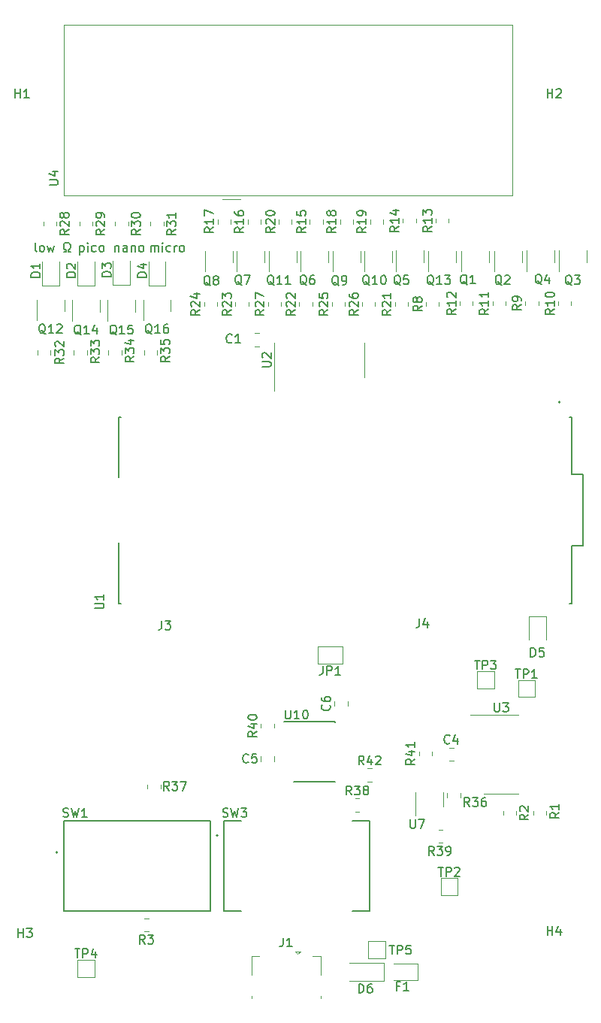
<source format=gbr>
%TF.GenerationSoftware,KiCad,Pcbnew,7.0.9-7.0.9~ubuntu22.04.1*%
%TF.CreationDate,2024-01-21T01:01:47-07:00*%
%TF.ProjectId,Multimeter,4d756c74-696d-4657-9465-722e6b696361,rev?*%
%TF.SameCoordinates,Original*%
%TF.FileFunction,Legend,Top*%
%TF.FilePolarity,Positive*%
%FSLAX46Y46*%
G04 Gerber Fmt 4.6, Leading zero omitted, Abs format (unit mm)*
G04 Created by KiCad (PCBNEW 7.0.9-7.0.9~ubuntu22.04.1) date 2024-01-21 01:01:47*
%MOMM*%
%LPD*%
G01*
G04 APERTURE LIST*
%ADD10C,0.150000*%
%ADD11C,0.120000*%
%ADD12C,0.127000*%
%ADD13C,0.200000*%
G04 APERTURE END LIST*
D10*
X126536779Y-60757319D02*
X126536779Y-60090652D01*
X126536779Y-60185890D02*
X126584398Y-60138271D01*
X126584398Y-60138271D02*
X126679636Y-60090652D01*
X126679636Y-60090652D02*
X126822493Y-60090652D01*
X126822493Y-60090652D02*
X126917731Y-60138271D01*
X126917731Y-60138271D02*
X126965350Y-60233509D01*
X126965350Y-60233509D02*
X126965350Y-60757319D01*
X126965350Y-60233509D02*
X127012969Y-60138271D01*
X127012969Y-60138271D02*
X127108207Y-60090652D01*
X127108207Y-60090652D02*
X127251064Y-60090652D01*
X127251064Y-60090652D02*
X127346303Y-60138271D01*
X127346303Y-60138271D02*
X127393922Y-60233509D01*
X127393922Y-60233509D02*
X127393922Y-60757319D01*
X127870112Y-60757319D02*
X127870112Y-60090652D01*
X127870112Y-59757319D02*
X127822493Y-59804938D01*
X127822493Y-59804938D02*
X127870112Y-59852557D01*
X127870112Y-59852557D02*
X127917731Y-59804938D01*
X127917731Y-59804938D02*
X127870112Y-59757319D01*
X127870112Y-59757319D02*
X127870112Y-59852557D01*
X128774873Y-60709700D02*
X128679635Y-60757319D01*
X128679635Y-60757319D02*
X128489159Y-60757319D01*
X128489159Y-60757319D02*
X128393921Y-60709700D01*
X128393921Y-60709700D02*
X128346302Y-60662080D01*
X128346302Y-60662080D02*
X128298683Y-60566842D01*
X128298683Y-60566842D02*
X128298683Y-60281128D01*
X128298683Y-60281128D02*
X128346302Y-60185890D01*
X128346302Y-60185890D02*
X128393921Y-60138271D01*
X128393921Y-60138271D02*
X128489159Y-60090652D01*
X128489159Y-60090652D02*
X128679635Y-60090652D01*
X128679635Y-60090652D02*
X128774873Y-60138271D01*
X129203445Y-60757319D02*
X129203445Y-60090652D01*
X129203445Y-60281128D02*
X129251064Y-60185890D01*
X129251064Y-60185890D02*
X129298683Y-60138271D01*
X129298683Y-60138271D02*
X129393921Y-60090652D01*
X129393921Y-60090652D02*
X129489159Y-60090652D01*
X129965350Y-60757319D02*
X129870112Y-60709700D01*
X129870112Y-60709700D02*
X129822493Y-60662080D01*
X129822493Y-60662080D02*
X129774874Y-60566842D01*
X129774874Y-60566842D02*
X129774874Y-60281128D01*
X129774874Y-60281128D02*
X129822493Y-60185890D01*
X129822493Y-60185890D02*
X129870112Y-60138271D01*
X129870112Y-60138271D02*
X129965350Y-60090652D01*
X129965350Y-60090652D02*
X130108207Y-60090652D01*
X130108207Y-60090652D02*
X130203445Y-60138271D01*
X130203445Y-60138271D02*
X130251064Y-60185890D01*
X130251064Y-60185890D02*
X130298683Y-60281128D01*
X130298683Y-60281128D02*
X130298683Y-60566842D01*
X130298683Y-60566842D02*
X130251064Y-60662080D01*
X130251064Y-60662080D02*
X130203445Y-60709700D01*
X130203445Y-60709700D02*
X130108207Y-60757319D01*
X130108207Y-60757319D02*
X129965350Y-60757319D01*
X113679636Y-60757319D02*
X113584398Y-60709700D01*
X113584398Y-60709700D02*
X113536779Y-60614461D01*
X113536779Y-60614461D02*
X113536779Y-59757319D01*
X114203446Y-60757319D02*
X114108208Y-60709700D01*
X114108208Y-60709700D02*
X114060589Y-60662080D01*
X114060589Y-60662080D02*
X114012970Y-60566842D01*
X114012970Y-60566842D02*
X114012970Y-60281128D01*
X114012970Y-60281128D02*
X114060589Y-60185890D01*
X114060589Y-60185890D02*
X114108208Y-60138271D01*
X114108208Y-60138271D02*
X114203446Y-60090652D01*
X114203446Y-60090652D02*
X114346303Y-60090652D01*
X114346303Y-60090652D02*
X114441541Y-60138271D01*
X114441541Y-60138271D02*
X114489160Y-60185890D01*
X114489160Y-60185890D02*
X114536779Y-60281128D01*
X114536779Y-60281128D02*
X114536779Y-60566842D01*
X114536779Y-60566842D02*
X114489160Y-60662080D01*
X114489160Y-60662080D02*
X114441541Y-60709700D01*
X114441541Y-60709700D02*
X114346303Y-60757319D01*
X114346303Y-60757319D02*
X114203446Y-60757319D01*
X114870113Y-60090652D02*
X115060589Y-60757319D01*
X115060589Y-60757319D02*
X115251065Y-60281128D01*
X115251065Y-60281128D02*
X115441541Y-60757319D01*
X115441541Y-60757319D02*
X115632017Y-60090652D01*
X116727256Y-60757319D02*
X116965351Y-60757319D01*
X116965351Y-60757319D02*
X116965351Y-60566842D01*
X116965351Y-60566842D02*
X116870113Y-60519223D01*
X116870113Y-60519223D02*
X116774875Y-60423985D01*
X116774875Y-60423985D02*
X116727256Y-60281128D01*
X116727256Y-60281128D02*
X116727256Y-60043033D01*
X116727256Y-60043033D02*
X116774875Y-59900176D01*
X116774875Y-59900176D02*
X116870113Y-59804938D01*
X116870113Y-59804938D02*
X117012970Y-59757319D01*
X117012970Y-59757319D02*
X117203446Y-59757319D01*
X117203446Y-59757319D02*
X117346303Y-59804938D01*
X117346303Y-59804938D02*
X117441541Y-59900176D01*
X117441541Y-59900176D02*
X117489160Y-60043033D01*
X117489160Y-60043033D02*
X117489160Y-60281128D01*
X117489160Y-60281128D02*
X117441541Y-60423985D01*
X117441541Y-60423985D02*
X117346303Y-60519223D01*
X117346303Y-60519223D02*
X117251065Y-60566842D01*
X117251065Y-60566842D02*
X117251065Y-60757319D01*
X117251065Y-60757319D02*
X117489160Y-60757319D01*
X118536779Y-60090652D02*
X118536779Y-61090652D01*
X118536779Y-60138271D02*
X118632017Y-60090652D01*
X118632017Y-60090652D02*
X118822493Y-60090652D01*
X118822493Y-60090652D02*
X118917731Y-60138271D01*
X118917731Y-60138271D02*
X118965350Y-60185890D01*
X118965350Y-60185890D02*
X119012969Y-60281128D01*
X119012969Y-60281128D02*
X119012969Y-60566842D01*
X119012969Y-60566842D02*
X118965350Y-60662080D01*
X118965350Y-60662080D02*
X118917731Y-60709700D01*
X118917731Y-60709700D02*
X118822493Y-60757319D01*
X118822493Y-60757319D02*
X118632017Y-60757319D01*
X118632017Y-60757319D02*
X118536779Y-60709700D01*
X119441541Y-60757319D02*
X119441541Y-60090652D01*
X119441541Y-59757319D02*
X119393922Y-59804938D01*
X119393922Y-59804938D02*
X119441541Y-59852557D01*
X119441541Y-59852557D02*
X119489160Y-59804938D01*
X119489160Y-59804938D02*
X119441541Y-59757319D01*
X119441541Y-59757319D02*
X119441541Y-59852557D01*
X120346302Y-60709700D02*
X120251064Y-60757319D01*
X120251064Y-60757319D02*
X120060588Y-60757319D01*
X120060588Y-60757319D02*
X119965350Y-60709700D01*
X119965350Y-60709700D02*
X119917731Y-60662080D01*
X119917731Y-60662080D02*
X119870112Y-60566842D01*
X119870112Y-60566842D02*
X119870112Y-60281128D01*
X119870112Y-60281128D02*
X119917731Y-60185890D01*
X119917731Y-60185890D02*
X119965350Y-60138271D01*
X119965350Y-60138271D02*
X120060588Y-60090652D01*
X120060588Y-60090652D02*
X120251064Y-60090652D01*
X120251064Y-60090652D02*
X120346302Y-60138271D01*
X120917731Y-60757319D02*
X120822493Y-60709700D01*
X120822493Y-60709700D02*
X120774874Y-60662080D01*
X120774874Y-60662080D02*
X120727255Y-60566842D01*
X120727255Y-60566842D02*
X120727255Y-60281128D01*
X120727255Y-60281128D02*
X120774874Y-60185890D01*
X120774874Y-60185890D02*
X120822493Y-60138271D01*
X120822493Y-60138271D02*
X120917731Y-60090652D01*
X120917731Y-60090652D02*
X121060588Y-60090652D01*
X121060588Y-60090652D02*
X121155826Y-60138271D01*
X121155826Y-60138271D02*
X121203445Y-60185890D01*
X121203445Y-60185890D02*
X121251064Y-60281128D01*
X121251064Y-60281128D02*
X121251064Y-60566842D01*
X121251064Y-60566842D02*
X121203445Y-60662080D01*
X121203445Y-60662080D02*
X121155826Y-60709700D01*
X121155826Y-60709700D02*
X121060588Y-60757319D01*
X121060588Y-60757319D02*
X120917731Y-60757319D01*
X122536779Y-60090652D02*
X122536779Y-60757319D01*
X122536779Y-60185890D02*
X122584398Y-60138271D01*
X122584398Y-60138271D02*
X122679636Y-60090652D01*
X122679636Y-60090652D02*
X122822493Y-60090652D01*
X122822493Y-60090652D02*
X122917731Y-60138271D01*
X122917731Y-60138271D02*
X122965350Y-60233509D01*
X122965350Y-60233509D02*
X122965350Y-60757319D01*
X123870112Y-60757319D02*
X123870112Y-60233509D01*
X123870112Y-60233509D02*
X123822493Y-60138271D01*
X123822493Y-60138271D02*
X123727255Y-60090652D01*
X123727255Y-60090652D02*
X123536779Y-60090652D01*
X123536779Y-60090652D02*
X123441541Y-60138271D01*
X123870112Y-60709700D02*
X123774874Y-60757319D01*
X123774874Y-60757319D02*
X123536779Y-60757319D01*
X123536779Y-60757319D02*
X123441541Y-60709700D01*
X123441541Y-60709700D02*
X123393922Y-60614461D01*
X123393922Y-60614461D02*
X123393922Y-60519223D01*
X123393922Y-60519223D02*
X123441541Y-60423985D01*
X123441541Y-60423985D02*
X123536779Y-60376366D01*
X123536779Y-60376366D02*
X123774874Y-60376366D01*
X123774874Y-60376366D02*
X123870112Y-60328747D01*
X124346303Y-60090652D02*
X124346303Y-60757319D01*
X124346303Y-60185890D02*
X124393922Y-60138271D01*
X124393922Y-60138271D02*
X124489160Y-60090652D01*
X124489160Y-60090652D02*
X124632017Y-60090652D01*
X124632017Y-60090652D02*
X124727255Y-60138271D01*
X124727255Y-60138271D02*
X124774874Y-60233509D01*
X124774874Y-60233509D02*
X124774874Y-60757319D01*
X125393922Y-60757319D02*
X125298684Y-60709700D01*
X125298684Y-60709700D02*
X125251065Y-60662080D01*
X125251065Y-60662080D02*
X125203446Y-60566842D01*
X125203446Y-60566842D02*
X125203446Y-60281128D01*
X125203446Y-60281128D02*
X125251065Y-60185890D01*
X125251065Y-60185890D02*
X125298684Y-60138271D01*
X125298684Y-60138271D02*
X125393922Y-60090652D01*
X125393922Y-60090652D02*
X125536779Y-60090652D01*
X125536779Y-60090652D02*
X125632017Y-60138271D01*
X125632017Y-60138271D02*
X125679636Y-60185890D01*
X125679636Y-60185890D02*
X125727255Y-60281128D01*
X125727255Y-60281128D02*
X125727255Y-60566842D01*
X125727255Y-60566842D02*
X125679636Y-60662080D01*
X125679636Y-60662080D02*
X125632017Y-60709700D01*
X125632017Y-60709700D02*
X125536779Y-60757319D01*
X125536779Y-60757319D02*
X125393922Y-60757319D01*
X141711905Y-112404819D02*
X141711905Y-113214342D01*
X141711905Y-113214342D02*
X141759524Y-113309580D01*
X141759524Y-113309580D02*
X141807143Y-113357200D01*
X141807143Y-113357200D02*
X141902381Y-113404819D01*
X141902381Y-113404819D02*
X142092857Y-113404819D01*
X142092857Y-113404819D02*
X142188095Y-113357200D01*
X142188095Y-113357200D02*
X142235714Y-113309580D01*
X142235714Y-113309580D02*
X142283333Y-113214342D01*
X142283333Y-113214342D02*
X142283333Y-112404819D01*
X143283333Y-113404819D02*
X142711905Y-113404819D01*
X142997619Y-113404819D02*
X142997619Y-112404819D01*
X142997619Y-112404819D02*
X142902381Y-112547676D01*
X142902381Y-112547676D02*
X142807143Y-112642914D01*
X142807143Y-112642914D02*
X142711905Y-112690533D01*
X143902381Y-112404819D02*
X143997619Y-112404819D01*
X143997619Y-112404819D02*
X144092857Y-112452438D01*
X144092857Y-112452438D02*
X144140476Y-112500057D01*
X144140476Y-112500057D02*
X144188095Y-112595295D01*
X144188095Y-112595295D02*
X144235714Y-112785771D01*
X144235714Y-112785771D02*
X144235714Y-113023866D01*
X144235714Y-113023866D02*
X144188095Y-113214342D01*
X144188095Y-113214342D02*
X144140476Y-113309580D01*
X144140476Y-113309580D02*
X144092857Y-113357200D01*
X144092857Y-113357200D02*
X143997619Y-113404819D01*
X143997619Y-113404819D02*
X143902381Y-113404819D01*
X143902381Y-113404819D02*
X143807143Y-113357200D01*
X143807143Y-113357200D02*
X143759524Y-113309580D01*
X143759524Y-113309580D02*
X143711905Y-113214342D01*
X143711905Y-113214342D02*
X143664286Y-113023866D01*
X143664286Y-113023866D02*
X143664286Y-112785771D01*
X143664286Y-112785771D02*
X143711905Y-112595295D01*
X143711905Y-112595295D02*
X143759524Y-112500057D01*
X143759524Y-112500057D02*
X143807143Y-112452438D01*
X143807143Y-112452438D02*
X143902381Y-112404819D01*
X170604761Y-64437557D02*
X170509523Y-64389938D01*
X170509523Y-64389938D02*
X170414285Y-64294700D01*
X170414285Y-64294700D02*
X170271428Y-64151842D01*
X170271428Y-64151842D02*
X170176190Y-64104223D01*
X170176190Y-64104223D02*
X170080952Y-64104223D01*
X170128571Y-64342319D02*
X170033333Y-64294700D01*
X170033333Y-64294700D02*
X169938095Y-64199461D01*
X169938095Y-64199461D02*
X169890476Y-64008985D01*
X169890476Y-64008985D02*
X169890476Y-63675652D01*
X169890476Y-63675652D02*
X169938095Y-63485176D01*
X169938095Y-63485176D02*
X170033333Y-63389938D01*
X170033333Y-63389938D02*
X170128571Y-63342319D01*
X170128571Y-63342319D02*
X170319047Y-63342319D01*
X170319047Y-63342319D02*
X170414285Y-63389938D01*
X170414285Y-63389938D02*
X170509523Y-63485176D01*
X170509523Y-63485176D02*
X170557142Y-63675652D01*
X170557142Y-63675652D02*
X170557142Y-64008985D01*
X170557142Y-64008985D02*
X170509523Y-64199461D01*
X170509523Y-64199461D02*
X170414285Y-64294700D01*
X170414285Y-64294700D02*
X170319047Y-64342319D01*
X170319047Y-64342319D02*
X170128571Y-64342319D01*
X171414285Y-63675652D02*
X171414285Y-64342319D01*
X171176190Y-63294700D02*
X170938095Y-64008985D01*
X170938095Y-64008985D02*
X171557142Y-64008985D01*
X162457142Y-123254819D02*
X162123809Y-122778628D01*
X161885714Y-123254819D02*
X161885714Y-122254819D01*
X161885714Y-122254819D02*
X162266666Y-122254819D01*
X162266666Y-122254819D02*
X162361904Y-122302438D01*
X162361904Y-122302438D02*
X162409523Y-122350057D01*
X162409523Y-122350057D02*
X162457142Y-122445295D01*
X162457142Y-122445295D02*
X162457142Y-122588152D01*
X162457142Y-122588152D02*
X162409523Y-122683390D01*
X162409523Y-122683390D02*
X162361904Y-122731009D01*
X162361904Y-122731009D02*
X162266666Y-122778628D01*
X162266666Y-122778628D02*
X161885714Y-122778628D01*
X162790476Y-122254819D02*
X163409523Y-122254819D01*
X163409523Y-122254819D02*
X163076190Y-122635771D01*
X163076190Y-122635771D02*
X163219047Y-122635771D01*
X163219047Y-122635771D02*
X163314285Y-122683390D01*
X163314285Y-122683390D02*
X163361904Y-122731009D01*
X163361904Y-122731009D02*
X163409523Y-122826247D01*
X163409523Y-122826247D02*
X163409523Y-123064342D01*
X163409523Y-123064342D02*
X163361904Y-123159580D01*
X163361904Y-123159580D02*
X163314285Y-123207200D01*
X163314285Y-123207200D02*
X163219047Y-123254819D01*
X163219047Y-123254819D02*
X162933333Y-123254819D01*
X162933333Y-123254819D02*
X162838095Y-123207200D01*
X162838095Y-123207200D02*
X162790476Y-123159580D01*
X164266666Y-122254819D02*
X164076190Y-122254819D01*
X164076190Y-122254819D02*
X163980952Y-122302438D01*
X163980952Y-122302438D02*
X163933333Y-122350057D01*
X163933333Y-122350057D02*
X163838095Y-122492914D01*
X163838095Y-122492914D02*
X163790476Y-122683390D01*
X163790476Y-122683390D02*
X163790476Y-123064342D01*
X163790476Y-123064342D02*
X163838095Y-123159580D01*
X163838095Y-123159580D02*
X163885714Y-123207200D01*
X163885714Y-123207200D02*
X163980952Y-123254819D01*
X163980952Y-123254819D02*
X164171428Y-123254819D01*
X164171428Y-123254819D02*
X164266666Y-123207200D01*
X164266666Y-123207200D02*
X164314285Y-123159580D01*
X164314285Y-123159580D02*
X164361904Y-123064342D01*
X164361904Y-123064342D02*
X164361904Y-122826247D01*
X164361904Y-122826247D02*
X164314285Y-122731009D01*
X164314285Y-122731009D02*
X164266666Y-122683390D01*
X164266666Y-122683390D02*
X164171428Y-122635771D01*
X164171428Y-122635771D02*
X163980952Y-122635771D01*
X163980952Y-122635771D02*
X163885714Y-122683390D01*
X163885714Y-122683390D02*
X163838095Y-122731009D01*
X163838095Y-122731009D02*
X163790476Y-122826247D01*
X165263095Y-111592319D02*
X165263095Y-112401842D01*
X165263095Y-112401842D02*
X165310714Y-112497080D01*
X165310714Y-112497080D02*
X165358333Y-112544700D01*
X165358333Y-112544700D02*
X165453571Y-112592319D01*
X165453571Y-112592319D02*
X165644047Y-112592319D01*
X165644047Y-112592319D02*
X165739285Y-112544700D01*
X165739285Y-112544700D02*
X165786904Y-112497080D01*
X165786904Y-112497080D02*
X165834523Y-112401842D01*
X165834523Y-112401842D02*
X165834523Y-111592319D01*
X166215476Y-111592319D02*
X166834523Y-111592319D01*
X166834523Y-111592319D02*
X166501190Y-111973271D01*
X166501190Y-111973271D02*
X166644047Y-111973271D01*
X166644047Y-111973271D02*
X166739285Y-112020890D01*
X166739285Y-112020890D02*
X166786904Y-112068509D01*
X166786904Y-112068509D02*
X166834523Y-112163747D01*
X166834523Y-112163747D02*
X166834523Y-112401842D01*
X166834523Y-112401842D02*
X166786904Y-112497080D01*
X166786904Y-112497080D02*
X166739285Y-112544700D01*
X166739285Y-112544700D02*
X166644047Y-112592319D01*
X166644047Y-112592319D02*
X166358333Y-112592319D01*
X166358333Y-112592319D02*
X166263095Y-112544700D01*
X166263095Y-112544700D02*
X166215476Y-112497080D01*
X153438095Y-138904819D02*
X154009523Y-138904819D01*
X153723809Y-139904819D02*
X153723809Y-138904819D01*
X154342857Y-139904819D02*
X154342857Y-138904819D01*
X154342857Y-138904819D02*
X154723809Y-138904819D01*
X154723809Y-138904819D02*
X154819047Y-138952438D01*
X154819047Y-138952438D02*
X154866666Y-139000057D01*
X154866666Y-139000057D02*
X154914285Y-139095295D01*
X154914285Y-139095295D02*
X154914285Y-139238152D01*
X154914285Y-139238152D02*
X154866666Y-139333390D01*
X154866666Y-139333390D02*
X154819047Y-139381009D01*
X154819047Y-139381009D02*
X154723809Y-139428628D01*
X154723809Y-139428628D02*
X154342857Y-139428628D01*
X155819047Y-138904819D02*
X155342857Y-138904819D01*
X155342857Y-138904819D02*
X155295238Y-139381009D01*
X155295238Y-139381009D02*
X155342857Y-139333390D01*
X155342857Y-139333390D02*
X155438095Y-139285771D01*
X155438095Y-139285771D02*
X155676190Y-139285771D01*
X155676190Y-139285771D02*
X155771428Y-139333390D01*
X155771428Y-139333390D02*
X155819047Y-139381009D01*
X155819047Y-139381009D02*
X155866666Y-139476247D01*
X155866666Y-139476247D02*
X155866666Y-139714342D01*
X155866666Y-139714342D02*
X155819047Y-139809580D01*
X155819047Y-139809580D02*
X155771428Y-139857200D01*
X155771428Y-139857200D02*
X155676190Y-139904819D01*
X155676190Y-139904819D02*
X155438095Y-139904819D01*
X155438095Y-139904819D02*
X155342857Y-139857200D01*
X155342857Y-139857200D02*
X155295238Y-139809580D01*
X154566666Y-143481009D02*
X154233333Y-143481009D01*
X154233333Y-144004819D02*
X154233333Y-143004819D01*
X154233333Y-143004819D02*
X154709523Y-143004819D01*
X155614285Y-144004819D02*
X155042857Y-144004819D01*
X155328571Y-144004819D02*
X155328571Y-143004819D01*
X155328571Y-143004819D02*
X155233333Y-143147676D01*
X155233333Y-143147676D02*
X155138095Y-143242914D01*
X155138095Y-143242914D02*
X155042857Y-143290533D01*
X144004819Y-58030357D02*
X143528628Y-58363690D01*
X144004819Y-58601785D02*
X143004819Y-58601785D01*
X143004819Y-58601785D02*
X143004819Y-58220833D01*
X143004819Y-58220833D02*
X143052438Y-58125595D01*
X143052438Y-58125595D02*
X143100057Y-58077976D01*
X143100057Y-58077976D02*
X143195295Y-58030357D01*
X143195295Y-58030357D02*
X143338152Y-58030357D01*
X143338152Y-58030357D02*
X143433390Y-58077976D01*
X143433390Y-58077976D02*
X143481009Y-58125595D01*
X143481009Y-58125595D02*
X143528628Y-58220833D01*
X143528628Y-58220833D02*
X143528628Y-58601785D01*
X144004819Y-57077976D02*
X144004819Y-57649404D01*
X144004819Y-57363690D02*
X143004819Y-57363690D01*
X143004819Y-57363690D02*
X143147676Y-57458928D01*
X143147676Y-57458928D02*
X143242914Y-57554166D01*
X143242914Y-57554166D02*
X143290533Y-57649404D01*
X143004819Y-56173214D02*
X143004819Y-56649404D01*
X143004819Y-56649404D02*
X143481009Y-56697023D01*
X143481009Y-56697023D02*
X143433390Y-56649404D01*
X143433390Y-56649404D02*
X143385771Y-56554166D01*
X143385771Y-56554166D02*
X143385771Y-56316071D01*
X143385771Y-56316071D02*
X143433390Y-56220833D01*
X143433390Y-56220833D02*
X143481009Y-56173214D01*
X143481009Y-56173214D02*
X143576247Y-56125595D01*
X143576247Y-56125595D02*
X143814342Y-56125595D01*
X143814342Y-56125595D02*
X143909580Y-56173214D01*
X143909580Y-56173214D02*
X143957200Y-56220833D01*
X143957200Y-56220833D02*
X144004819Y-56316071D01*
X144004819Y-56316071D02*
X144004819Y-56554166D01*
X144004819Y-56554166D02*
X143957200Y-56649404D01*
X143957200Y-56649404D02*
X143909580Y-56697023D01*
X169361905Y-106392319D02*
X169361905Y-105392319D01*
X169361905Y-105392319D02*
X169600000Y-105392319D01*
X169600000Y-105392319D02*
X169742857Y-105439938D01*
X169742857Y-105439938D02*
X169838095Y-105535176D01*
X169838095Y-105535176D02*
X169885714Y-105630414D01*
X169885714Y-105630414D02*
X169933333Y-105820890D01*
X169933333Y-105820890D02*
X169933333Y-105963747D01*
X169933333Y-105963747D02*
X169885714Y-106154223D01*
X169885714Y-106154223D02*
X169838095Y-106249461D01*
X169838095Y-106249461D02*
X169742857Y-106344700D01*
X169742857Y-106344700D02*
X169600000Y-106392319D01*
X169600000Y-106392319D02*
X169361905Y-106392319D01*
X170838095Y-105392319D02*
X170361905Y-105392319D01*
X170361905Y-105392319D02*
X170314286Y-105868509D01*
X170314286Y-105868509D02*
X170361905Y-105820890D01*
X170361905Y-105820890D02*
X170457143Y-105773271D01*
X170457143Y-105773271D02*
X170695238Y-105773271D01*
X170695238Y-105773271D02*
X170790476Y-105820890D01*
X170790476Y-105820890D02*
X170838095Y-105868509D01*
X170838095Y-105868509D02*
X170885714Y-105963747D01*
X170885714Y-105963747D02*
X170885714Y-106201842D01*
X170885714Y-106201842D02*
X170838095Y-106297080D01*
X170838095Y-106297080D02*
X170790476Y-106344700D01*
X170790476Y-106344700D02*
X170695238Y-106392319D01*
X170695238Y-106392319D02*
X170457143Y-106392319D01*
X170457143Y-106392319D02*
X170361905Y-106344700D01*
X170361905Y-106344700D02*
X170314286Y-106297080D01*
X136804761Y-64537557D02*
X136709523Y-64489938D01*
X136709523Y-64489938D02*
X136614285Y-64394700D01*
X136614285Y-64394700D02*
X136471428Y-64251842D01*
X136471428Y-64251842D02*
X136376190Y-64204223D01*
X136376190Y-64204223D02*
X136280952Y-64204223D01*
X136328571Y-64442319D02*
X136233333Y-64394700D01*
X136233333Y-64394700D02*
X136138095Y-64299461D01*
X136138095Y-64299461D02*
X136090476Y-64108985D01*
X136090476Y-64108985D02*
X136090476Y-63775652D01*
X136090476Y-63775652D02*
X136138095Y-63585176D01*
X136138095Y-63585176D02*
X136233333Y-63489938D01*
X136233333Y-63489938D02*
X136328571Y-63442319D01*
X136328571Y-63442319D02*
X136519047Y-63442319D01*
X136519047Y-63442319D02*
X136614285Y-63489938D01*
X136614285Y-63489938D02*
X136709523Y-63585176D01*
X136709523Y-63585176D02*
X136757142Y-63775652D01*
X136757142Y-63775652D02*
X136757142Y-64108985D01*
X136757142Y-64108985D02*
X136709523Y-64299461D01*
X136709523Y-64299461D02*
X136614285Y-64394700D01*
X136614285Y-64394700D02*
X136519047Y-64442319D01*
X136519047Y-64442319D02*
X136328571Y-64442319D01*
X137090476Y-63442319D02*
X137757142Y-63442319D01*
X137757142Y-63442319D02*
X137328571Y-64442319D01*
X133254761Y-64600057D02*
X133159523Y-64552438D01*
X133159523Y-64552438D02*
X133064285Y-64457200D01*
X133064285Y-64457200D02*
X132921428Y-64314342D01*
X132921428Y-64314342D02*
X132826190Y-64266723D01*
X132826190Y-64266723D02*
X132730952Y-64266723D01*
X132778571Y-64504819D02*
X132683333Y-64457200D01*
X132683333Y-64457200D02*
X132588095Y-64361961D01*
X132588095Y-64361961D02*
X132540476Y-64171485D01*
X132540476Y-64171485D02*
X132540476Y-63838152D01*
X132540476Y-63838152D02*
X132588095Y-63647676D01*
X132588095Y-63647676D02*
X132683333Y-63552438D01*
X132683333Y-63552438D02*
X132778571Y-63504819D01*
X132778571Y-63504819D02*
X132969047Y-63504819D01*
X132969047Y-63504819D02*
X133064285Y-63552438D01*
X133064285Y-63552438D02*
X133159523Y-63647676D01*
X133159523Y-63647676D02*
X133207142Y-63838152D01*
X133207142Y-63838152D02*
X133207142Y-64171485D01*
X133207142Y-64171485D02*
X133159523Y-64361961D01*
X133159523Y-64361961D02*
X133064285Y-64457200D01*
X133064285Y-64457200D02*
X132969047Y-64504819D01*
X132969047Y-64504819D02*
X132778571Y-64504819D01*
X133778571Y-63933390D02*
X133683333Y-63885771D01*
X133683333Y-63885771D02*
X133635714Y-63838152D01*
X133635714Y-63838152D02*
X133588095Y-63742914D01*
X133588095Y-63742914D02*
X133588095Y-63695295D01*
X133588095Y-63695295D02*
X133635714Y-63600057D01*
X133635714Y-63600057D02*
X133683333Y-63552438D01*
X133683333Y-63552438D02*
X133778571Y-63504819D01*
X133778571Y-63504819D02*
X133969047Y-63504819D01*
X133969047Y-63504819D02*
X134064285Y-63552438D01*
X134064285Y-63552438D02*
X134111904Y-63600057D01*
X134111904Y-63600057D02*
X134159523Y-63695295D01*
X134159523Y-63695295D02*
X134159523Y-63742914D01*
X134159523Y-63742914D02*
X134111904Y-63838152D01*
X134111904Y-63838152D02*
X134064285Y-63885771D01*
X134064285Y-63885771D02*
X133969047Y-63933390D01*
X133969047Y-63933390D02*
X133778571Y-63933390D01*
X133778571Y-63933390D02*
X133683333Y-63981009D01*
X133683333Y-63981009D02*
X133635714Y-64028628D01*
X133635714Y-64028628D02*
X133588095Y-64123866D01*
X133588095Y-64123866D02*
X133588095Y-64314342D01*
X133588095Y-64314342D02*
X133635714Y-64409580D01*
X133635714Y-64409580D02*
X133683333Y-64457200D01*
X133683333Y-64457200D02*
X133778571Y-64504819D01*
X133778571Y-64504819D02*
X133969047Y-64504819D01*
X133969047Y-64504819D02*
X134064285Y-64457200D01*
X134064285Y-64457200D02*
X134111904Y-64409580D01*
X134111904Y-64409580D02*
X134159523Y-64314342D01*
X134159523Y-64314342D02*
X134159523Y-64123866D01*
X134159523Y-64123866D02*
X134111904Y-64028628D01*
X134111904Y-64028628D02*
X134064285Y-63981009D01*
X134064285Y-63981009D02*
X133969047Y-63933390D01*
X122054819Y-63563094D02*
X121054819Y-63563094D01*
X121054819Y-63563094D02*
X121054819Y-63324999D01*
X121054819Y-63324999D02*
X121102438Y-63182142D01*
X121102438Y-63182142D02*
X121197676Y-63086904D01*
X121197676Y-63086904D02*
X121292914Y-63039285D01*
X121292914Y-63039285D02*
X121483390Y-62991666D01*
X121483390Y-62991666D02*
X121626247Y-62991666D01*
X121626247Y-62991666D02*
X121816723Y-63039285D01*
X121816723Y-63039285D02*
X121911961Y-63086904D01*
X121911961Y-63086904D02*
X122007200Y-63182142D01*
X122007200Y-63182142D02*
X122054819Y-63324999D01*
X122054819Y-63324999D02*
X122054819Y-63563094D01*
X121054819Y-62658332D02*
X121054819Y-62039285D01*
X121054819Y-62039285D02*
X121435771Y-62372618D01*
X121435771Y-62372618D02*
X121435771Y-62229761D01*
X121435771Y-62229761D02*
X121483390Y-62134523D01*
X121483390Y-62134523D02*
X121531009Y-62086904D01*
X121531009Y-62086904D02*
X121626247Y-62039285D01*
X121626247Y-62039285D02*
X121864342Y-62039285D01*
X121864342Y-62039285D02*
X121959580Y-62086904D01*
X121959580Y-62086904D02*
X122007200Y-62134523D01*
X122007200Y-62134523D02*
X122054819Y-62229761D01*
X122054819Y-62229761D02*
X122054819Y-62515475D01*
X122054819Y-62515475D02*
X122007200Y-62610713D01*
X122007200Y-62610713D02*
X121959580Y-62658332D01*
X156816123Y-102103943D02*
X156816123Y-102819393D01*
X156816123Y-102819393D02*
X156768426Y-102962483D01*
X156768426Y-102962483D02*
X156673033Y-103057877D01*
X156673033Y-103057877D02*
X156529943Y-103105573D01*
X156529943Y-103105573D02*
X156434550Y-103105573D01*
X157722360Y-102437820D02*
X157722360Y-103105573D01*
X157483877Y-102056247D02*
X157245393Y-102771697D01*
X157245393Y-102771697D02*
X157865450Y-102771697D01*
X132054819Y-67330357D02*
X131578628Y-67663690D01*
X132054819Y-67901785D02*
X131054819Y-67901785D01*
X131054819Y-67901785D02*
X131054819Y-67520833D01*
X131054819Y-67520833D02*
X131102438Y-67425595D01*
X131102438Y-67425595D02*
X131150057Y-67377976D01*
X131150057Y-67377976D02*
X131245295Y-67330357D01*
X131245295Y-67330357D02*
X131388152Y-67330357D01*
X131388152Y-67330357D02*
X131483390Y-67377976D01*
X131483390Y-67377976D02*
X131531009Y-67425595D01*
X131531009Y-67425595D02*
X131578628Y-67520833D01*
X131578628Y-67520833D02*
X131578628Y-67901785D01*
X131150057Y-66949404D02*
X131102438Y-66901785D01*
X131102438Y-66901785D02*
X131054819Y-66806547D01*
X131054819Y-66806547D02*
X131054819Y-66568452D01*
X131054819Y-66568452D02*
X131102438Y-66473214D01*
X131102438Y-66473214D02*
X131150057Y-66425595D01*
X131150057Y-66425595D02*
X131245295Y-66377976D01*
X131245295Y-66377976D02*
X131340533Y-66377976D01*
X131340533Y-66377976D02*
X131483390Y-66425595D01*
X131483390Y-66425595D02*
X132054819Y-66997023D01*
X132054819Y-66997023D02*
X132054819Y-66377976D01*
X131388152Y-65520833D02*
X132054819Y-65520833D01*
X131007200Y-65758928D02*
X131721485Y-65997023D01*
X131721485Y-65997023D02*
X131721485Y-65377976D01*
X154704761Y-64537557D02*
X154609523Y-64489938D01*
X154609523Y-64489938D02*
X154514285Y-64394700D01*
X154514285Y-64394700D02*
X154371428Y-64251842D01*
X154371428Y-64251842D02*
X154276190Y-64204223D01*
X154276190Y-64204223D02*
X154180952Y-64204223D01*
X154228571Y-64442319D02*
X154133333Y-64394700D01*
X154133333Y-64394700D02*
X154038095Y-64299461D01*
X154038095Y-64299461D02*
X153990476Y-64108985D01*
X153990476Y-64108985D02*
X153990476Y-63775652D01*
X153990476Y-63775652D02*
X154038095Y-63585176D01*
X154038095Y-63585176D02*
X154133333Y-63489938D01*
X154133333Y-63489938D02*
X154228571Y-63442319D01*
X154228571Y-63442319D02*
X154419047Y-63442319D01*
X154419047Y-63442319D02*
X154514285Y-63489938D01*
X154514285Y-63489938D02*
X154609523Y-63585176D01*
X154609523Y-63585176D02*
X154657142Y-63775652D01*
X154657142Y-63775652D02*
X154657142Y-64108985D01*
X154657142Y-64108985D02*
X154609523Y-64299461D01*
X154609523Y-64299461D02*
X154514285Y-64394700D01*
X154514285Y-64394700D02*
X154419047Y-64442319D01*
X154419047Y-64442319D02*
X154228571Y-64442319D01*
X155561904Y-63442319D02*
X155085714Y-63442319D01*
X155085714Y-63442319D02*
X155038095Y-63918509D01*
X155038095Y-63918509D02*
X155085714Y-63870890D01*
X155085714Y-63870890D02*
X155180952Y-63823271D01*
X155180952Y-63823271D02*
X155419047Y-63823271D01*
X155419047Y-63823271D02*
X155514285Y-63870890D01*
X155514285Y-63870890D02*
X155561904Y-63918509D01*
X155561904Y-63918509D02*
X155609523Y-64013747D01*
X155609523Y-64013747D02*
X155609523Y-64251842D01*
X155609523Y-64251842D02*
X155561904Y-64347080D01*
X155561904Y-64347080D02*
X155514285Y-64394700D01*
X155514285Y-64394700D02*
X155419047Y-64442319D01*
X155419047Y-64442319D02*
X155180952Y-64442319D01*
X155180952Y-64442319D02*
X155085714Y-64394700D01*
X155085714Y-64394700D02*
X155038095Y-64347080D01*
X158457142Y-128754819D02*
X158123809Y-128278628D01*
X157885714Y-128754819D02*
X157885714Y-127754819D01*
X157885714Y-127754819D02*
X158266666Y-127754819D01*
X158266666Y-127754819D02*
X158361904Y-127802438D01*
X158361904Y-127802438D02*
X158409523Y-127850057D01*
X158409523Y-127850057D02*
X158457142Y-127945295D01*
X158457142Y-127945295D02*
X158457142Y-128088152D01*
X158457142Y-128088152D02*
X158409523Y-128183390D01*
X158409523Y-128183390D02*
X158361904Y-128231009D01*
X158361904Y-128231009D02*
X158266666Y-128278628D01*
X158266666Y-128278628D02*
X157885714Y-128278628D01*
X158790476Y-127754819D02*
X159409523Y-127754819D01*
X159409523Y-127754819D02*
X159076190Y-128135771D01*
X159076190Y-128135771D02*
X159219047Y-128135771D01*
X159219047Y-128135771D02*
X159314285Y-128183390D01*
X159314285Y-128183390D02*
X159361904Y-128231009D01*
X159361904Y-128231009D02*
X159409523Y-128326247D01*
X159409523Y-128326247D02*
X159409523Y-128564342D01*
X159409523Y-128564342D02*
X159361904Y-128659580D01*
X159361904Y-128659580D02*
X159314285Y-128707200D01*
X159314285Y-128707200D02*
X159219047Y-128754819D01*
X159219047Y-128754819D02*
X158933333Y-128754819D01*
X158933333Y-128754819D02*
X158838095Y-128707200D01*
X158838095Y-128707200D02*
X158790476Y-128659580D01*
X159885714Y-128754819D02*
X160076190Y-128754819D01*
X160076190Y-128754819D02*
X160171428Y-128707200D01*
X160171428Y-128707200D02*
X160219047Y-128659580D01*
X160219047Y-128659580D02*
X160314285Y-128516723D01*
X160314285Y-128516723D02*
X160361904Y-128326247D01*
X160361904Y-128326247D02*
X160361904Y-127945295D01*
X160361904Y-127945295D02*
X160314285Y-127850057D01*
X160314285Y-127850057D02*
X160266666Y-127802438D01*
X160266666Y-127802438D02*
X160171428Y-127754819D01*
X160171428Y-127754819D02*
X159980952Y-127754819D01*
X159980952Y-127754819D02*
X159885714Y-127802438D01*
X159885714Y-127802438D02*
X159838095Y-127850057D01*
X159838095Y-127850057D02*
X159790476Y-127945295D01*
X159790476Y-127945295D02*
X159790476Y-128183390D01*
X159790476Y-128183390D02*
X159838095Y-128278628D01*
X159838095Y-128278628D02*
X159885714Y-128326247D01*
X159885714Y-128326247D02*
X159980952Y-128373866D01*
X159980952Y-128373866D02*
X160171428Y-128373866D01*
X160171428Y-128373866D02*
X160266666Y-128326247D01*
X160266666Y-128326247D02*
X160314285Y-128278628D01*
X160314285Y-128278628D02*
X160361904Y-128183390D01*
X133604819Y-58030357D02*
X133128628Y-58363690D01*
X133604819Y-58601785D02*
X132604819Y-58601785D01*
X132604819Y-58601785D02*
X132604819Y-58220833D01*
X132604819Y-58220833D02*
X132652438Y-58125595D01*
X132652438Y-58125595D02*
X132700057Y-58077976D01*
X132700057Y-58077976D02*
X132795295Y-58030357D01*
X132795295Y-58030357D02*
X132938152Y-58030357D01*
X132938152Y-58030357D02*
X133033390Y-58077976D01*
X133033390Y-58077976D02*
X133081009Y-58125595D01*
X133081009Y-58125595D02*
X133128628Y-58220833D01*
X133128628Y-58220833D02*
X133128628Y-58601785D01*
X133604819Y-57077976D02*
X133604819Y-57649404D01*
X133604819Y-57363690D02*
X132604819Y-57363690D01*
X132604819Y-57363690D02*
X132747676Y-57458928D01*
X132747676Y-57458928D02*
X132842914Y-57554166D01*
X132842914Y-57554166D02*
X132890533Y-57649404D01*
X132604819Y-56744642D02*
X132604819Y-56077976D01*
X132604819Y-56077976D02*
X133604819Y-56506547D01*
X120254819Y-100959404D02*
X121064342Y-100959404D01*
X121064342Y-100959404D02*
X121159580Y-100911785D01*
X121159580Y-100911785D02*
X121207200Y-100864166D01*
X121207200Y-100864166D02*
X121254819Y-100768928D01*
X121254819Y-100768928D02*
X121254819Y-100578452D01*
X121254819Y-100578452D02*
X121207200Y-100483214D01*
X121207200Y-100483214D02*
X121159580Y-100435595D01*
X121159580Y-100435595D02*
X121064342Y-100387976D01*
X121064342Y-100387976D02*
X120254819Y-100387976D01*
X121254819Y-99387976D02*
X121254819Y-99959404D01*
X121254819Y-99673690D02*
X120254819Y-99673690D01*
X120254819Y-99673690D02*
X120397676Y-99768928D01*
X120397676Y-99768928D02*
X120492914Y-99864166D01*
X120492914Y-99864166D02*
X120540533Y-99959404D01*
X169104819Y-124166666D02*
X168628628Y-124499999D01*
X169104819Y-124738094D02*
X168104819Y-124738094D01*
X168104819Y-124738094D02*
X168104819Y-124357142D01*
X168104819Y-124357142D02*
X168152438Y-124261904D01*
X168152438Y-124261904D02*
X168200057Y-124214285D01*
X168200057Y-124214285D02*
X168295295Y-124166666D01*
X168295295Y-124166666D02*
X168438152Y-124166666D01*
X168438152Y-124166666D02*
X168533390Y-124214285D01*
X168533390Y-124214285D02*
X168581009Y-124261904D01*
X168581009Y-124261904D02*
X168628628Y-124357142D01*
X168628628Y-124357142D02*
X168628628Y-124738094D01*
X168200057Y-123785713D02*
X168152438Y-123738094D01*
X168152438Y-123738094D02*
X168104819Y-123642856D01*
X168104819Y-123642856D02*
X168104819Y-123404761D01*
X168104819Y-123404761D02*
X168152438Y-123309523D01*
X168152438Y-123309523D02*
X168200057Y-123261904D01*
X168200057Y-123261904D02*
X168295295Y-123214285D01*
X168295295Y-123214285D02*
X168390533Y-123214285D01*
X168390533Y-123214285D02*
X168533390Y-123261904D01*
X168533390Y-123261904D02*
X169104819Y-123833332D01*
X169104819Y-123833332D02*
X169104819Y-123214285D01*
X149157142Y-121954819D02*
X148823809Y-121478628D01*
X148585714Y-121954819D02*
X148585714Y-120954819D01*
X148585714Y-120954819D02*
X148966666Y-120954819D01*
X148966666Y-120954819D02*
X149061904Y-121002438D01*
X149061904Y-121002438D02*
X149109523Y-121050057D01*
X149109523Y-121050057D02*
X149157142Y-121145295D01*
X149157142Y-121145295D02*
X149157142Y-121288152D01*
X149157142Y-121288152D02*
X149109523Y-121383390D01*
X149109523Y-121383390D02*
X149061904Y-121431009D01*
X149061904Y-121431009D02*
X148966666Y-121478628D01*
X148966666Y-121478628D02*
X148585714Y-121478628D01*
X149490476Y-120954819D02*
X150109523Y-120954819D01*
X150109523Y-120954819D02*
X149776190Y-121335771D01*
X149776190Y-121335771D02*
X149919047Y-121335771D01*
X149919047Y-121335771D02*
X150014285Y-121383390D01*
X150014285Y-121383390D02*
X150061904Y-121431009D01*
X150061904Y-121431009D02*
X150109523Y-121526247D01*
X150109523Y-121526247D02*
X150109523Y-121764342D01*
X150109523Y-121764342D02*
X150061904Y-121859580D01*
X150061904Y-121859580D02*
X150014285Y-121907200D01*
X150014285Y-121907200D02*
X149919047Y-121954819D01*
X149919047Y-121954819D02*
X149633333Y-121954819D01*
X149633333Y-121954819D02*
X149538095Y-121907200D01*
X149538095Y-121907200D02*
X149490476Y-121859580D01*
X150680952Y-121383390D02*
X150585714Y-121335771D01*
X150585714Y-121335771D02*
X150538095Y-121288152D01*
X150538095Y-121288152D02*
X150490476Y-121192914D01*
X150490476Y-121192914D02*
X150490476Y-121145295D01*
X150490476Y-121145295D02*
X150538095Y-121050057D01*
X150538095Y-121050057D02*
X150585714Y-121002438D01*
X150585714Y-121002438D02*
X150680952Y-120954819D01*
X150680952Y-120954819D02*
X150871428Y-120954819D01*
X150871428Y-120954819D02*
X150966666Y-121002438D01*
X150966666Y-121002438D02*
X151014285Y-121050057D01*
X151014285Y-121050057D02*
X151061904Y-121145295D01*
X151061904Y-121145295D02*
X151061904Y-121192914D01*
X151061904Y-121192914D02*
X151014285Y-121288152D01*
X151014285Y-121288152D02*
X150966666Y-121335771D01*
X150966666Y-121335771D02*
X150871428Y-121383390D01*
X150871428Y-121383390D02*
X150680952Y-121383390D01*
X150680952Y-121383390D02*
X150585714Y-121431009D01*
X150585714Y-121431009D02*
X150538095Y-121478628D01*
X150538095Y-121478628D02*
X150490476Y-121573866D01*
X150490476Y-121573866D02*
X150490476Y-121764342D01*
X150490476Y-121764342D02*
X150538095Y-121859580D01*
X150538095Y-121859580D02*
X150585714Y-121907200D01*
X150585714Y-121907200D02*
X150680952Y-121954819D01*
X150680952Y-121954819D02*
X150871428Y-121954819D01*
X150871428Y-121954819D02*
X150966666Y-121907200D01*
X150966666Y-121907200D02*
X151014285Y-121859580D01*
X151014285Y-121859580D02*
X151061904Y-121764342D01*
X151061904Y-121764342D02*
X151061904Y-121573866D01*
X151061904Y-121573866D02*
X151014285Y-121478628D01*
X151014285Y-121478628D02*
X150966666Y-121431009D01*
X150966666Y-121431009D02*
X150871428Y-121383390D01*
X171238095Y-137754819D02*
X171238095Y-136754819D01*
X171238095Y-137231009D02*
X171809523Y-137231009D01*
X171809523Y-137754819D02*
X171809523Y-136754819D01*
X172714285Y-137088152D02*
X172714285Y-137754819D01*
X172476190Y-136707200D02*
X172238095Y-137421485D01*
X172238095Y-137421485D02*
X172857142Y-137421485D01*
X137533333Y-118247080D02*
X137485714Y-118294700D01*
X137485714Y-118294700D02*
X137342857Y-118342319D01*
X137342857Y-118342319D02*
X137247619Y-118342319D01*
X137247619Y-118342319D02*
X137104762Y-118294700D01*
X137104762Y-118294700D02*
X137009524Y-118199461D01*
X137009524Y-118199461D02*
X136961905Y-118104223D01*
X136961905Y-118104223D02*
X136914286Y-117913747D01*
X136914286Y-117913747D02*
X136914286Y-117770890D01*
X136914286Y-117770890D02*
X136961905Y-117580414D01*
X136961905Y-117580414D02*
X137009524Y-117485176D01*
X137009524Y-117485176D02*
X137104762Y-117389938D01*
X137104762Y-117389938D02*
X137247619Y-117342319D01*
X137247619Y-117342319D02*
X137342857Y-117342319D01*
X137342857Y-117342319D02*
X137485714Y-117389938D01*
X137485714Y-117389938D02*
X137533333Y-117437557D01*
X138438095Y-117342319D02*
X137961905Y-117342319D01*
X137961905Y-117342319D02*
X137914286Y-117818509D01*
X137914286Y-117818509D02*
X137961905Y-117770890D01*
X137961905Y-117770890D02*
X138057143Y-117723271D01*
X138057143Y-117723271D02*
X138295238Y-117723271D01*
X138295238Y-117723271D02*
X138390476Y-117770890D01*
X138390476Y-117770890D02*
X138438095Y-117818509D01*
X138438095Y-117818509D02*
X138485714Y-117913747D01*
X138485714Y-117913747D02*
X138485714Y-118151842D01*
X138485714Y-118151842D02*
X138438095Y-118247080D01*
X138438095Y-118247080D02*
X138390476Y-118294700D01*
X138390476Y-118294700D02*
X138295238Y-118342319D01*
X138295238Y-118342319D02*
X138057143Y-118342319D01*
X138057143Y-118342319D02*
X137961905Y-118294700D01*
X137961905Y-118294700D02*
X137914286Y-118247080D01*
X167638095Y-107806819D02*
X168209523Y-107806819D01*
X167923809Y-108806819D02*
X167923809Y-107806819D01*
X168542857Y-108806819D02*
X168542857Y-107806819D01*
X168542857Y-107806819D02*
X168923809Y-107806819D01*
X168923809Y-107806819D02*
X169019047Y-107854438D01*
X169019047Y-107854438D02*
X169066666Y-107902057D01*
X169066666Y-107902057D02*
X169114285Y-107997295D01*
X169114285Y-107997295D02*
X169114285Y-108140152D01*
X169114285Y-108140152D02*
X169066666Y-108235390D01*
X169066666Y-108235390D02*
X169019047Y-108283009D01*
X169019047Y-108283009D02*
X168923809Y-108330628D01*
X168923809Y-108330628D02*
X168542857Y-108330628D01*
X170066666Y-108806819D02*
X169495238Y-108806819D01*
X169780952Y-108806819D02*
X169780952Y-107806819D01*
X169780952Y-107806819D02*
X169685714Y-107949676D01*
X169685714Y-107949676D02*
X169590476Y-108044914D01*
X169590476Y-108044914D02*
X169495238Y-108092533D01*
X111590595Y-138004819D02*
X111590595Y-137004819D01*
X111590595Y-137481009D02*
X112162023Y-137481009D01*
X112162023Y-138004819D02*
X112162023Y-137004819D01*
X112542976Y-137004819D02*
X113162023Y-137004819D01*
X113162023Y-137004819D02*
X112828690Y-137385771D01*
X112828690Y-137385771D02*
X112971547Y-137385771D01*
X112971547Y-137385771D02*
X113066785Y-137433390D01*
X113066785Y-137433390D02*
X113114404Y-137481009D01*
X113114404Y-137481009D02*
X113162023Y-137576247D01*
X113162023Y-137576247D02*
X113162023Y-137814342D01*
X113162023Y-137814342D02*
X113114404Y-137909580D01*
X113114404Y-137909580D02*
X113066785Y-137957200D01*
X113066785Y-137957200D02*
X112971547Y-138004819D01*
X112971547Y-138004819D02*
X112685833Y-138004819D01*
X112685833Y-138004819D02*
X112590595Y-137957200D01*
X112590595Y-137957200D02*
X112542976Y-137909580D01*
X139304819Y-67330357D02*
X138828628Y-67663690D01*
X139304819Y-67901785D02*
X138304819Y-67901785D01*
X138304819Y-67901785D02*
X138304819Y-67520833D01*
X138304819Y-67520833D02*
X138352438Y-67425595D01*
X138352438Y-67425595D02*
X138400057Y-67377976D01*
X138400057Y-67377976D02*
X138495295Y-67330357D01*
X138495295Y-67330357D02*
X138638152Y-67330357D01*
X138638152Y-67330357D02*
X138733390Y-67377976D01*
X138733390Y-67377976D02*
X138781009Y-67425595D01*
X138781009Y-67425595D02*
X138828628Y-67520833D01*
X138828628Y-67520833D02*
X138828628Y-67901785D01*
X138400057Y-66949404D02*
X138352438Y-66901785D01*
X138352438Y-66901785D02*
X138304819Y-66806547D01*
X138304819Y-66806547D02*
X138304819Y-66568452D01*
X138304819Y-66568452D02*
X138352438Y-66473214D01*
X138352438Y-66473214D02*
X138400057Y-66425595D01*
X138400057Y-66425595D02*
X138495295Y-66377976D01*
X138495295Y-66377976D02*
X138590533Y-66377976D01*
X138590533Y-66377976D02*
X138733390Y-66425595D01*
X138733390Y-66425595D02*
X139304819Y-66997023D01*
X139304819Y-66997023D02*
X139304819Y-66377976D01*
X138304819Y-66044642D02*
X138304819Y-65377976D01*
X138304819Y-65377976D02*
X139304819Y-65806547D01*
X172554819Y-123966666D02*
X172078628Y-124299999D01*
X172554819Y-124538094D02*
X171554819Y-124538094D01*
X171554819Y-124538094D02*
X171554819Y-124157142D01*
X171554819Y-124157142D02*
X171602438Y-124061904D01*
X171602438Y-124061904D02*
X171650057Y-124014285D01*
X171650057Y-124014285D02*
X171745295Y-123966666D01*
X171745295Y-123966666D02*
X171888152Y-123966666D01*
X171888152Y-123966666D02*
X171983390Y-124014285D01*
X171983390Y-124014285D02*
X172031009Y-124061904D01*
X172031009Y-124061904D02*
X172078628Y-124157142D01*
X172078628Y-124157142D02*
X172078628Y-124538094D01*
X172554819Y-123014285D02*
X172554819Y-123585713D01*
X172554819Y-123299999D02*
X171554819Y-123299999D01*
X171554819Y-123299999D02*
X171697676Y-123395237D01*
X171697676Y-123395237D02*
X171792914Y-123490475D01*
X171792914Y-123490475D02*
X171840533Y-123585713D01*
X141466666Y-138054819D02*
X141466666Y-138769104D01*
X141466666Y-138769104D02*
X141419047Y-138911961D01*
X141419047Y-138911961D02*
X141323809Y-139007200D01*
X141323809Y-139007200D02*
X141180952Y-139054819D01*
X141180952Y-139054819D02*
X141085714Y-139054819D01*
X142466666Y-139054819D02*
X141895238Y-139054819D01*
X142180952Y-139054819D02*
X142180952Y-138054819D01*
X142180952Y-138054819D02*
X142085714Y-138197676D01*
X142085714Y-138197676D02*
X141990476Y-138292914D01*
X141990476Y-138292914D02*
X141895238Y-138340533D01*
X151178571Y-64537557D02*
X151083333Y-64489938D01*
X151083333Y-64489938D02*
X150988095Y-64394700D01*
X150988095Y-64394700D02*
X150845238Y-64251842D01*
X150845238Y-64251842D02*
X150750000Y-64204223D01*
X150750000Y-64204223D02*
X150654762Y-64204223D01*
X150702381Y-64442319D02*
X150607143Y-64394700D01*
X150607143Y-64394700D02*
X150511905Y-64299461D01*
X150511905Y-64299461D02*
X150464286Y-64108985D01*
X150464286Y-64108985D02*
X150464286Y-63775652D01*
X150464286Y-63775652D02*
X150511905Y-63585176D01*
X150511905Y-63585176D02*
X150607143Y-63489938D01*
X150607143Y-63489938D02*
X150702381Y-63442319D01*
X150702381Y-63442319D02*
X150892857Y-63442319D01*
X150892857Y-63442319D02*
X150988095Y-63489938D01*
X150988095Y-63489938D02*
X151083333Y-63585176D01*
X151083333Y-63585176D02*
X151130952Y-63775652D01*
X151130952Y-63775652D02*
X151130952Y-64108985D01*
X151130952Y-64108985D02*
X151083333Y-64299461D01*
X151083333Y-64299461D02*
X150988095Y-64394700D01*
X150988095Y-64394700D02*
X150892857Y-64442319D01*
X150892857Y-64442319D02*
X150702381Y-64442319D01*
X152083333Y-64442319D02*
X151511905Y-64442319D01*
X151797619Y-64442319D02*
X151797619Y-63442319D01*
X151797619Y-63442319D02*
X151702381Y-63585176D01*
X151702381Y-63585176D02*
X151607143Y-63680414D01*
X151607143Y-63680414D02*
X151511905Y-63728033D01*
X152702381Y-63442319D02*
X152797619Y-63442319D01*
X152797619Y-63442319D02*
X152892857Y-63489938D01*
X152892857Y-63489938D02*
X152940476Y-63537557D01*
X152940476Y-63537557D02*
X152988095Y-63632795D01*
X152988095Y-63632795D02*
X153035714Y-63823271D01*
X153035714Y-63823271D02*
X153035714Y-64061366D01*
X153035714Y-64061366D02*
X152988095Y-64251842D01*
X152988095Y-64251842D02*
X152940476Y-64347080D01*
X152940476Y-64347080D02*
X152892857Y-64394700D01*
X152892857Y-64394700D02*
X152797619Y-64442319D01*
X152797619Y-64442319D02*
X152702381Y-64442319D01*
X152702381Y-64442319D02*
X152607143Y-64394700D01*
X152607143Y-64394700D02*
X152559524Y-64347080D01*
X152559524Y-64347080D02*
X152511905Y-64251842D01*
X152511905Y-64251842D02*
X152464286Y-64061366D01*
X152464286Y-64061366D02*
X152464286Y-63823271D01*
X152464286Y-63823271D02*
X152511905Y-63632795D01*
X152511905Y-63632795D02*
X152559524Y-63537557D01*
X152559524Y-63537557D02*
X152607143Y-63489938D01*
X152607143Y-63489938D02*
X152702381Y-63442319D01*
X156304819Y-117930357D02*
X155828628Y-118263690D01*
X156304819Y-118501785D02*
X155304819Y-118501785D01*
X155304819Y-118501785D02*
X155304819Y-118120833D01*
X155304819Y-118120833D02*
X155352438Y-118025595D01*
X155352438Y-118025595D02*
X155400057Y-117977976D01*
X155400057Y-117977976D02*
X155495295Y-117930357D01*
X155495295Y-117930357D02*
X155638152Y-117930357D01*
X155638152Y-117930357D02*
X155733390Y-117977976D01*
X155733390Y-117977976D02*
X155781009Y-118025595D01*
X155781009Y-118025595D02*
X155828628Y-118120833D01*
X155828628Y-118120833D02*
X155828628Y-118501785D01*
X155638152Y-117073214D02*
X156304819Y-117073214D01*
X155257200Y-117311309D02*
X155971485Y-117549404D01*
X155971485Y-117549404D02*
X155971485Y-116930357D01*
X156304819Y-116025595D02*
X156304819Y-116597023D01*
X156304819Y-116311309D02*
X155304819Y-116311309D01*
X155304819Y-116311309D02*
X155447676Y-116406547D01*
X155447676Y-116406547D02*
X155542914Y-116501785D01*
X155542914Y-116501785D02*
X155590533Y-116597023D01*
X160904819Y-67230357D02*
X160428628Y-67563690D01*
X160904819Y-67801785D02*
X159904819Y-67801785D01*
X159904819Y-67801785D02*
X159904819Y-67420833D01*
X159904819Y-67420833D02*
X159952438Y-67325595D01*
X159952438Y-67325595D02*
X160000057Y-67277976D01*
X160000057Y-67277976D02*
X160095295Y-67230357D01*
X160095295Y-67230357D02*
X160238152Y-67230357D01*
X160238152Y-67230357D02*
X160333390Y-67277976D01*
X160333390Y-67277976D02*
X160381009Y-67325595D01*
X160381009Y-67325595D02*
X160428628Y-67420833D01*
X160428628Y-67420833D02*
X160428628Y-67801785D01*
X160904819Y-66277976D02*
X160904819Y-66849404D01*
X160904819Y-66563690D02*
X159904819Y-66563690D01*
X159904819Y-66563690D02*
X160047676Y-66658928D01*
X160047676Y-66658928D02*
X160142914Y-66754166D01*
X160142914Y-66754166D02*
X160190533Y-66849404D01*
X160000057Y-65897023D02*
X159952438Y-65849404D01*
X159952438Y-65849404D02*
X159904819Y-65754166D01*
X159904819Y-65754166D02*
X159904819Y-65516071D01*
X159904819Y-65516071D02*
X159952438Y-65420833D01*
X159952438Y-65420833D02*
X160000057Y-65373214D01*
X160000057Y-65373214D02*
X160095295Y-65325595D01*
X160095295Y-65325595D02*
X160190533Y-65325595D01*
X160190533Y-65325595D02*
X160333390Y-65373214D01*
X160333390Y-65373214D02*
X160904819Y-65944642D01*
X160904819Y-65944642D02*
X160904819Y-65325595D01*
X147404819Y-58030357D02*
X146928628Y-58363690D01*
X147404819Y-58601785D02*
X146404819Y-58601785D01*
X146404819Y-58601785D02*
X146404819Y-58220833D01*
X146404819Y-58220833D02*
X146452438Y-58125595D01*
X146452438Y-58125595D02*
X146500057Y-58077976D01*
X146500057Y-58077976D02*
X146595295Y-58030357D01*
X146595295Y-58030357D02*
X146738152Y-58030357D01*
X146738152Y-58030357D02*
X146833390Y-58077976D01*
X146833390Y-58077976D02*
X146881009Y-58125595D01*
X146881009Y-58125595D02*
X146928628Y-58220833D01*
X146928628Y-58220833D02*
X146928628Y-58601785D01*
X147404819Y-57077976D02*
X147404819Y-57649404D01*
X147404819Y-57363690D02*
X146404819Y-57363690D01*
X146404819Y-57363690D02*
X146547676Y-57458928D01*
X146547676Y-57458928D02*
X146642914Y-57554166D01*
X146642914Y-57554166D02*
X146690533Y-57649404D01*
X146833390Y-56506547D02*
X146785771Y-56601785D01*
X146785771Y-56601785D02*
X146738152Y-56649404D01*
X146738152Y-56649404D02*
X146642914Y-56697023D01*
X146642914Y-56697023D02*
X146595295Y-56697023D01*
X146595295Y-56697023D02*
X146500057Y-56649404D01*
X146500057Y-56649404D02*
X146452438Y-56601785D01*
X146452438Y-56601785D02*
X146404819Y-56506547D01*
X146404819Y-56506547D02*
X146404819Y-56316071D01*
X146404819Y-56316071D02*
X146452438Y-56220833D01*
X146452438Y-56220833D02*
X146500057Y-56173214D01*
X146500057Y-56173214D02*
X146595295Y-56125595D01*
X146595295Y-56125595D02*
X146642914Y-56125595D01*
X146642914Y-56125595D02*
X146738152Y-56173214D01*
X146738152Y-56173214D02*
X146785771Y-56220833D01*
X146785771Y-56220833D02*
X146833390Y-56316071D01*
X146833390Y-56316071D02*
X146833390Y-56506547D01*
X146833390Y-56506547D02*
X146881009Y-56601785D01*
X146881009Y-56601785D02*
X146928628Y-56649404D01*
X146928628Y-56649404D02*
X147023866Y-56697023D01*
X147023866Y-56697023D02*
X147214342Y-56697023D01*
X147214342Y-56697023D02*
X147309580Y-56649404D01*
X147309580Y-56649404D02*
X147357200Y-56601785D01*
X147357200Y-56601785D02*
X147404819Y-56506547D01*
X147404819Y-56506547D02*
X147404819Y-56316071D01*
X147404819Y-56316071D02*
X147357200Y-56220833D01*
X147357200Y-56220833D02*
X147309580Y-56173214D01*
X147309580Y-56173214D02*
X147214342Y-56125595D01*
X147214342Y-56125595D02*
X147023866Y-56125595D01*
X147023866Y-56125595D02*
X146928628Y-56173214D01*
X146928628Y-56173214D02*
X146881009Y-56220833D01*
X146881009Y-56220833D02*
X146833390Y-56316071D01*
X142804819Y-67330357D02*
X142328628Y-67663690D01*
X142804819Y-67901785D02*
X141804819Y-67901785D01*
X141804819Y-67901785D02*
X141804819Y-67520833D01*
X141804819Y-67520833D02*
X141852438Y-67425595D01*
X141852438Y-67425595D02*
X141900057Y-67377976D01*
X141900057Y-67377976D02*
X141995295Y-67330357D01*
X141995295Y-67330357D02*
X142138152Y-67330357D01*
X142138152Y-67330357D02*
X142233390Y-67377976D01*
X142233390Y-67377976D02*
X142281009Y-67425595D01*
X142281009Y-67425595D02*
X142328628Y-67520833D01*
X142328628Y-67520833D02*
X142328628Y-67901785D01*
X141900057Y-66949404D02*
X141852438Y-66901785D01*
X141852438Y-66901785D02*
X141804819Y-66806547D01*
X141804819Y-66806547D02*
X141804819Y-66568452D01*
X141804819Y-66568452D02*
X141852438Y-66473214D01*
X141852438Y-66473214D02*
X141900057Y-66425595D01*
X141900057Y-66425595D02*
X141995295Y-66377976D01*
X141995295Y-66377976D02*
X142090533Y-66377976D01*
X142090533Y-66377976D02*
X142233390Y-66425595D01*
X142233390Y-66425595D02*
X142804819Y-66997023D01*
X142804819Y-66997023D02*
X142804819Y-66377976D01*
X141900057Y-65997023D02*
X141852438Y-65949404D01*
X141852438Y-65949404D02*
X141804819Y-65854166D01*
X141804819Y-65854166D02*
X141804819Y-65616071D01*
X141804819Y-65616071D02*
X141852438Y-65520833D01*
X141852438Y-65520833D02*
X141900057Y-65473214D01*
X141900057Y-65473214D02*
X141995295Y-65425595D01*
X141995295Y-65425595D02*
X142090533Y-65425595D01*
X142090533Y-65425595D02*
X142233390Y-65473214D01*
X142233390Y-65473214D02*
X142804819Y-66044642D01*
X142804819Y-66044642D02*
X142804819Y-65425595D01*
X150557142Y-118567319D02*
X150223809Y-118091128D01*
X149985714Y-118567319D02*
X149985714Y-117567319D01*
X149985714Y-117567319D02*
X150366666Y-117567319D01*
X150366666Y-117567319D02*
X150461904Y-117614938D01*
X150461904Y-117614938D02*
X150509523Y-117662557D01*
X150509523Y-117662557D02*
X150557142Y-117757795D01*
X150557142Y-117757795D02*
X150557142Y-117900652D01*
X150557142Y-117900652D02*
X150509523Y-117995890D01*
X150509523Y-117995890D02*
X150461904Y-118043509D01*
X150461904Y-118043509D02*
X150366666Y-118091128D01*
X150366666Y-118091128D02*
X149985714Y-118091128D01*
X151414285Y-117900652D02*
X151414285Y-118567319D01*
X151176190Y-117519700D02*
X150938095Y-118233985D01*
X150938095Y-118233985D02*
X151557142Y-118233985D01*
X151890476Y-117662557D02*
X151938095Y-117614938D01*
X151938095Y-117614938D02*
X152033333Y-117567319D01*
X152033333Y-117567319D02*
X152271428Y-117567319D01*
X152271428Y-117567319D02*
X152366666Y-117614938D01*
X152366666Y-117614938D02*
X152414285Y-117662557D01*
X152414285Y-117662557D02*
X152461904Y-117757795D01*
X152461904Y-117757795D02*
X152461904Y-117853033D01*
X152461904Y-117853033D02*
X152414285Y-117995890D01*
X152414285Y-117995890D02*
X151842857Y-118567319D01*
X151842857Y-118567319D02*
X152461904Y-118567319D01*
X118054819Y-63625594D02*
X117054819Y-63625594D01*
X117054819Y-63625594D02*
X117054819Y-63387499D01*
X117054819Y-63387499D02*
X117102438Y-63244642D01*
X117102438Y-63244642D02*
X117197676Y-63149404D01*
X117197676Y-63149404D02*
X117292914Y-63101785D01*
X117292914Y-63101785D02*
X117483390Y-63054166D01*
X117483390Y-63054166D02*
X117626247Y-63054166D01*
X117626247Y-63054166D02*
X117816723Y-63101785D01*
X117816723Y-63101785D02*
X117911961Y-63149404D01*
X117911961Y-63149404D02*
X118007200Y-63244642D01*
X118007200Y-63244642D02*
X118054819Y-63387499D01*
X118054819Y-63387499D02*
X118054819Y-63625594D01*
X117150057Y-62673213D02*
X117102438Y-62625594D01*
X117102438Y-62625594D02*
X117054819Y-62530356D01*
X117054819Y-62530356D02*
X117054819Y-62292261D01*
X117054819Y-62292261D02*
X117102438Y-62197023D01*
X117102438Y-62197023D02*
X117150057Y-62149404D01*
X117150057Y-62149404D02*
X117245295Y-62101785D01*
X117245295Y-62101785D02*
X117340533Y-62101785D01*
X117340533Y-62101785D02*
X117483390Y-62149404D01*
X117483390Y-62149404D02*
X118054819Y-62720832D01*
X118054819Y-62720832D02*
X118054819Y-62101785D01*
X145916666Y-107454819D02*
X145916666Y-108169104D01*
X145916666Y-108169104D02*
X145869047Y-108311961D01*
X145869047Y-108311961D02*
X145773809Y-108407200D01*
X145773809Y-108407200D02*
X145630952Y-108454819D01*
X145630952Y-108454819D02*
X145535714Y-108454819D01*
X146392857Y-108454819D02*
X146392857Y-107454819D01*
X146392857Y-107454819D02*
X146773809Y-107454819D01*
X146773809Y-107454819D02*
X146869047Y-107502438D01*
X146869047Y-107502438D02*
X146916666Y-107550057D01*
X146916666Y-107550057D02*
X146964285Y-107645295D01*
X146964285Y-107645295D02*
X146964285Y-107788152D01*
X146964285Y-107788152D02*
X146916666Y-107883390D01*
X146916666Y-107883390D02*
X146869047Y-107931009D01*
X146869047Y-107931009D02*
X146773809Y-107978628D01*
X146773809Y-107978628D02*
X146392857Y-107978628D01*
X147916666Y-108454819D02*
X147345238Y-108454819D01*
X147630952Y-108454819D02*
X147630952Y-107454819D01*
X147630952Y-107454819D02*
X147535714Y-107597676D01*
X147535714Y-107597676D02*
X147440476Y-107692914D01*
X147440476Y-107692914D02*
X147345238Y-107740533D01*
X140504819Y-58030357D02*
X140028628Y-58363690D01*
X140504819Y-58601785D02*
X139504819Y-58601785D01*
X139504819Y-58601785D02*
X139504819Y-58220833D01*
X139504819Y-58220833D02*
X139552438Y-58125595D01*
X139552438Y-58125595D02*
X139600057Y-58077976D01*
X139600057Y-58077976D02*
X139695295Y-58030357D01*
X139695295Y-58030357D02*
X139838152Y-58030357D01*
X139838152Y-58030357D02*
X139933390Y-58077976D01*
X139933390Y-58077976D02*
X139981009Y-58125595D01*
X139981009Y-58125595D02*
X140028628Y-58220833D01*
X140028628Y-58220833D02*
X140028628Y-58601785D01*
X139600057Y-57649404D02*
X139552438Y-57601785D01*
X139552438Y-57601785D02*
X139504819Y-57506547D01*
X139504819Y-57506547D02*
X139504819Y-57268452D01*
X139504819Y-57268452D02*
X139552438Y-57173214D01*
X139552438Y-57173214D02*
X139600057Y-57125595D01*
X139600057Y-57125595D02*
X139695295Y-57077976D01*
X139695295Y-57077976D02*
X139790533Y-57077976D01*
X139790533Y-57077976D02*
X139933390Y-57125595D01*
X139933390Y-57125595D02*
X140504819Y-57697023D01*
X140504819Y-57697023D02*
X140504819Y-57077976D01*
X139504819Y-56458928D02*
X139504819Y-56363690D01*
X139504819Y-56363690D02*
X139552438Y-56268452D01*
X139552438Y-56268452D02*
X139600057Y-56220833D01*
X139600057Y-56220833D02*
X139695295Y-56173214D01*
X139695295Y-56173214D02*
X139885771Y-56125595D01*
X139885771Y-56125595D02*
X140123866Y-56125595D01*
X140123866Y-56125595D02*
X140314342Y-56173214D01*
X140314342Y-56173214D02*
X140409580Y-56220833D01*
X140409580Y-56220833D02*
X140457200Y-56268452D01*
X140457200Y-56268452D02*
X140504819Y-56363690D01*
X140504819Y-56363690D02*
X140504819Y-56458928D01*
X140504819Y-56458928D02*
X140457200Y-56554166D01*
X140457200Y-56554166D02*
X140409580Y-56601785D01*
X140409580Y-56601785D02*
X140314342Y-56649404D01*
X140314342Y-56649404D02*
X140123866Y-56697023D01*
X140123866Y-56697023D02*
X139885771Y-56697023D01*
X139885771Y-56697023D02*
X139695295Y-56649404D01*
X139695295Y-56649404D02*
X139600057Y-56601785D01*
X139600057Y-56601785D02*
X139552438Y-56554166D01*
X139552438Y-56554166D02*
X139504819Y-56458928D01*
X139079819Y-73724404D02*
X139889342Y-73724404D01*
X139889342Y-73724404D02*
X139984580Y-73676785D01*
X139984580Y-73676785D02*
X140032200Y-73629166D01*
X140032200Y-73629166D02*
X140079819Y-73533928D01*
X140079819Y-73533928D02*
X140079819Y-73343452D01*
X140079819Y-73343452D02*
X140032200Y-73248214D01*
X140032200Y-73248214D02*
X139984580Y-73200595D01*
X139984580Y-73200595D02*
X139889342Y-73152976D01*
X139889342Y-73152976D02*
X139079819Y-73152976D01*
X139175057Y-72724404D02*
X139127438Y-72676785D01*
X139127438Y-72676785D02*
X139079819Y-72581547D01*
X139079819Y-72581547D02*
X139079819Y-72343452D01*
X139079819Y-72343452D02*
X139127438Y-72248214D01*
X139127438Y-72248214D02*
X139175057Y-72200595D01*
X139175057Y-72200595D02*
X139270295Y-72152976D01*
X139270295Y-72152976D02*
X139365533Y-72152976D01*
X139365533Y-72152976D02*
X139508390Y-72200595D01*
X139508390Y-72200595D02*
X140079819Y-72772023D01*
X140079819Y-72772023D02*
X140079819Y-72152976D01*
X114678571Y-70037557D02*
X114583333Y-69989938D01*
X114583333Y-69989938D02*
X114488095Y-69894700D01*
X114488095Y-69894700D02*
X114345238Y-69751842D01*
X114345238Y-69751842D02*
X114250000Y-69704223D01*
X114250000Y-69704223D02*
X114154762Y-69704223D01*
X114202381Y-69942319D02*
X114107143Y-69894700D01*
X114107143Y-69894700D02*
X114011905Y-69799461D01*
X114011905Y-69799461D02*
X113964286Y-69608985D01*
X113964286Y-69608985D02*
X113964286Y-69275652D01*
X113964286Y-69275652D02*
X114011905Y-69085176D01*
X114011905Y-69085176D02*
X114107143Y-68989938D01*
X114107143Y-68989938D02*
X114202381Y-68942319D01*
X114202381Y-68942319D02*
X114392857Y-68942319D01*
X114392857Y-68942319D02*
X114488095Y-68989938D01*
X114488095Y-68989938D02*
X114583333Y-69085176D01*
X114583333Y-69085176D02*
X114630952Y-69275652D01*
X114630952Y-69275652D02*
X114630952Y-69608985D01*
X114630952Y-69608985D02*
X114583333Y-69799461D01*
X114583333Y-69799461D02*
X114488095Y-69894700D01*
X114488095Y-69894700D02*
X114392857Y-69942319D01*
X114392857Y-69942319D02*
X114202381Y-69942319D01*
X115583333Y-69942319D02*
X115011905Y-69942319D01*
X115297619Y-69942319D02*
X115297619Y-68942319D01*
X115297619Y-68942319D02*
X115202381Y-69085176D01*
X115202381Y-69085176D02*
X115107143Y-69180414D01*
X115107143Y-69180414D02*
X115011905Y-69228033D01*
X115964286Y-69037557D02*
X116011905Y-68989938D01*
X116011905Y-68989938D02*
X116107143Y-68942319D01*
X116107143Y-68942319D02*
X116345238Y-68942319D01*
X116345238Y-68942319D02*
X116440476Y-68989938D01*
X116440476Y-68989938D02*
X116488095Y-69037557D01*
X116488095Y-69037557D02*
X116535714Y-69132795D01*
X116535714Y-69132795D02*
X116535714Y-69228033D01*
X116535714Y-69228033D02*
X116488095Y-69370890D01*
X116488095Y-69370890D02*
X115916667Y-69942319D01*
X115916667Y-69942319D02*
X116535714Y-69942319D01*
X174004761Y-64537557D02*
X173909523Y-64489938D01*
X173909523Y-64489938D02*
X173814285Y-64394700D01*
X173814285Y-64394700D02*
X173671428Y-64251842D01*
X173671428Y-64251842D02*
X173576190Y-64204223D01*
X173576190Y-64204223D02*
X173480952Y-64204223D01*
X173528571Y-64442319D02*
X173433333Y-64394700D01*
X173433333Y-64394700D02*
X173338095Y-64299461D01*
X173338095Y-64299461D02*
X173290476Y-64108985D01*
X173290476Y-64108985D02*
X173290476Y-63775652D01*
X173290476Y-63775652D02*
X173338095Y-63585176D01*
X173338095Y-63585176D02*
X173433333Y-63489938D01*
X173433333Y-63489938D02*
X173528571Y-63442319D01*
X173528571Y-63442319D02*
X173719047Y-63442319D01*
X173719047Y-63442319D02*
X173814285Y-63489938D01*
X173814285Y-63489938D02*
X173909523Y-63585176D01*
X173909523Y-63585176D02*
X173957142Y-63775652D01*
X173957142Y-63775652D02*
X173957142Y-64108985D01*
X173957142Y-64108985D02*
X173909523Y-64299461D01*
X173909523Y-64299461D02*
X173814285Y-64394700D01*
X173814285Y-64394700D02*
X173719047Y-64442319D01*
X173719047Y-64442319D02*
X173528571Y-64442319D01*
X174290476Y-63442319D02*
X174909523Y-63442319D01*
X174909523Y-63442319D02*
X174576190Y-63823271D01*
X174576190Y-63823271D02*
X174719047Y-63823271D01*
X174719047Y-63823271D02*
X174814285Y-63870890D01*
X174814285Y-63870890D02*
X174861904Y-63918509D01*
X174861904Y-63918509D02*
X174909523Y-64013747D01*
X174909523Y-64013747D02*
X174909523Y-64251842D01*
X174909523Y-64251842D02*
X174861904Y-64347080D01*
X174861904Y-64347080D02*
X174814285Y-64394700D01*
X174814285Y-64394700D02*
X174719047Y-64442319D01*
X174719047Y-64442319D02*
X174433333Y-64442319D01*
X174433333Y-64442319D02*
X174338095Y-64394700D01*
X174338095Y-64394700D02*
X174290476Y-64347080D01*
X144104761Y-64537557D02*
X144009523Y-64489938D01*
X144009523Y-64489938D02*
X143914285Y-64394700D01*
X143914285Y-64394700D02*
X143771428Y-64251842D01*
X143771428Y-64251842D02*
X143676190Y-64204223D01*
X143676190Y-64204223D02*
X143580952Y-64204223D01*
X143628571Y-64442319D02*
X143533333Y-64394700D01*
X143533333Y-64394700D02*
X143438095Y-64299461D01*
X143438095Y-64299461D02*
X143390476Y-64108985D01*
X143390476Y-64108985D02*
X143390476Y-63775652D01*
X143390476Y-63775652D02*
X143438095Y-63585176D01*
X143438095Y-63585176D02*
X143533333Y-63489938D01*
X143533333Y-63489938D02*
X143628571Y-63442319D01*
X143628571Y-63442319D02*
X143819047Y-63442319D01*
X143819047Y-63442319D02*
X143914285Y-63489938D01*
X143914285Y-63489938D02*
X144009523Y-63585176D01*
X144009523Y-63585176D02*
X144057142Y-63775652D01*
X144057142Y-63775652D02*
X144057142Y-64108985D01*
X144057142Y-64108985D02*
X144009523Y-64299461D01*
X144009523Y-64299461D02*
X143914285Y-64394700D01*
X143914285Y-64394700D02*
X143819047Y-64442319D01*
X143819047Y-64442319D02*
X143628571Y-64442319D01*
X144914285Y-63442319D02*
X144723809Y-63442319D01*
X144723809Y-63442319D02*
X144628571Y-63489938D01*
X144628571Y-63489938D02*
X144580952Y-63537557D01*
X144580952Y-63537557D02*
X144485714Y-63680414D01*
X144485714Y-63680414D02*
X144438095Y-63870890D01*
X144438095Y-63870890D02*
X144438095Y-64251842D01*
X144438095Y-64251842D02*
X144485714Y-64347080D01*
X144485714Y-64347080D02*
X144533333Y-64394700D01*
X144533333Y-64394700D02*
X144628571Y-64442319D01*
X144628571Y-64442319D02*
X144819047Y-64442319D01*
X144819047Y-64442319D02*
X144914285Y-64394700D01*
X144914285Y-64394700D02*
X144961904Y-64347080D01*
X144961904Y-64347080D02*
X145009523Y-64251842D01*
X145009523Y-64251842D02*
X145009523Y-64013747D01*
X145009523Y-64013747D02*
X144961904Y-63918509D01*
X144961904Y-63918509D02*
X144914285Y-63870890D01*
X144914285Y-63870890D02*
X144819047Y-63823271D01*
X144819047Y-63823271D02*
X144628571Y-63823271D01*
X144628571Y-63823271D02*
X144533333Y-63870890D01*
X144533333Y-63870890D02*
X144485714Y-63918509D01*
X144485714Y-63918509D02*
X144438095Y-64013747D01*
X140428571Y-64537557D02*
X140333333Y-64489938D01*
X140333333Y-64489938D02*
X140238095Y-64394700D01*
X140238095Y-64394700D02*
X140095238Y-64251842D01*
X140095238Y-64251842D02*
X140000000Y-64204223D01*
X140000000Y-64204223D02*
X139904762Y-64204223D01*
X139952381Y-64442319D02*
X139857143Y-64394700D01*
X139857143Y-64394700D02*
X139761905Y-64299461D01*
X139761905Y-64299461D02*
X139714286Y-64108985D01*
X139714286Y-64108985D02*
X139714286Y-63775652D01*
X139714286Y-63775652D02*
X139761905Y-63585176D01*
X139761905Y-63585176D02*
X139857143Y-63489938D01*
X139857143Y-63489938D02*
X139952381Y-63442319D01*
X139952381Y-63442319D02*
X140142857Y-63442319D01*
X140142857Y-63442319D02*
X140238095Y-63489938D01*
X140238095Y-63489938D02*
X140333333Y-63585176D01*
X140333333Y-63585176D02*
X140380952Y-63775652D01*
X140380952Y-63775652D02*
X140380952Y-64108985D01*
X140380952Y-64108985D02*
X140333333Y-64299461D01*
X140333333Y-64299461D02*
X140238095Y-64394700D01*
X140238095Y-64394700D02*
X140142857Y-64442319D01*
X140142857Y-64442319D02*
X139952381Y-64442319D01*
X141333333Y-64442319D02*
X140761905Y-64442319D01*
X141047619Y-64442319D02*
X141047619Y-63442319D01*
X141047619Y-63442319D02*
X140952381Y-63585176D01*
X140952381Y-63585176D02*
X140857143Y-63680414D01*
X140857143Y-63680414D02*
X140761905Y-63728033D01*
X142285714Y-64442319D02*
X141714286Y-64442319D01*
X142000000Y-64442319D02*
X142000000Y-63442319D01*
X142000000Y-63442319D02*
X141904762Y-63585176D01*
X141904762Y-63585176D02*
X141809524Y-63680414D01*
X141809524Y-63680414D02*
X141714286Y-63728033D01*
X158938095Y-130106819D02*
X159509523Y-130106819D01*
X159223809Y-131106819D02*
X159223809Y-130106819D01*
X159842857Y-131106819D02*
X159842857Y-130106819D01*
X159842857Y-130106819D02*
X160223809Y-130106819D01*
X160223809Y-130106819D02*
X160319047Y-130154438D01*
X160319047Y-130154438D02*
X160366666Y-130202057D01*
X160366666Y-130202057D02*
X160414285Y-130297295D01*
X160414285Y-130297295D02*
X160414285Y-130440152D01*
X160414285Y-130440152D02*
X160366666Y-130535390D01*
X160366666Y-130535390D02*
X160319047Y-130583009D01*
X160319047Y-130583009D02*
X160223809Y-130630628D01*
X160223809Y-130630628D02*
X159842857Y-130630628D01*
X160795238Y-130202057D02*
X160842857Y-130154438D01*
X160842857Y-130154438D02*
X160938095Y-130106819D01*
X160938095Y-130106819D02*
X161176190Y-130106819D01*
X161176190Y-130106819D02*
X161271428Y-130154438D01*
X161271428Y-130154438D02*
X161319047Y-130202057D01*
X161319047Y-130202057D02*
X161366666Y-130297295D01*
X161366666Y-130297295D02*
X161366666Y-130392533D01*
X161366666Y-130392533D02*
X161319047Y-130535390D01*
X161319047Y-130535390D02*
X160747619Y-131106819D01*
X160747619Y-131106819D02*
X161366666Y-131106819D01*
X163038095Y-106806819D02*
X163609523Y-106806819D01*
X163323809Y-107806819D02*
X163323809Y-106806819D01*
X163942857Y-107806819D02*
X163942857Y-106806819D01*
X163942857Y-106806819D02*
X164323809Y-106806819D01*
X164323809Y-106806819D02*
X164419047Y-106854438D01*
X164419047Y-106854438D02*
X164466666Y-106902057D01*
X164466666Y-106902057D02*
X164514285Y-106997295D01*
X164514285Y-106997295D02*
X164514285Y-107140152D01*
X164514285Y-107140152D02*
X164466666Y-107235390D01*
X164466666Y-107235390D02*
X164419047Y-107283009D01*
X164419047Y-107283009D02*
X164323809Y-107330628D01*
X164323809Y-107330628D02*
X163942857Y-107330628D01*
X164847619Y-106806819D02*
X165466666Y-106806819D01*
X165466666Y-106806819D02*
X165133333Y-107187771D01*
X165133333Y-107187771D02*
X165276190Y-107187771D01*
X165276190Y-107187771D02*
X165371428Y-107235390D01*
X165371428Y-107235390D02*
X165419047Y-107283009D01*
X165419047Y-107283009D02*
X165466666Y-107378247D01*
X165466666Y-107378247D02*
X165466666Y-107616342D01*
X165466666Y-107616342D02*
X165419047Y-107711580D01*
X165419047Y-107711580D02*
X165371428Y-107759200D01*
X165371428Y-107759200D02*
X165276190Y-107806819D01*
X165276190Y-107806819D02*
X164990476Y-107806819D01*
X164990476Y-107806819D02*
X164895238Y-107759200D01*
X164895238Y-107759200D02*
X164847619Y-107711580D01*
X117304819Y-58280357D02*
X116828628Y-58613690D01*
X117304819Y-58851785D02*
X116304819Y-58851785D01*
X116304819Y-58851785D02*
X116304819Y-58470833D01*
X116304819Y-58470833D02*
X116352438Y-58375595D01*
X116352438Y-58375595D02*
X116400057Y-58327976D01*
X116400057Y-58327976D02*
X116495295Y-58280357D01*
X116495295Y-58280357D02*
X116638152Y-58280357D01*
X116638152Y-58280357D02*
X116733390Y-58327976D01*
X116733390Y-58327976D02*
X116781009Y-58375595D01*
X116781009Y-58375595D02*
X116828628Y-58470833D01*
X116828628Y-58470833D02*
X116828628Y-58851785D01*
X116400057Y-57899404D02*
X116352438Y-57851785D01*
X116352438Y-57851785D02*
X116304819Y-57756547D01*
X116304819Y-57756547D02*
X116304819Y-57518452D01*
X116304819Y-57518452D02*
X116352438Y-57423214D01*
X116352438Y-57423214D02*
X116400057Y-57375595D01*
X116400057Y-57375595D02*
X116495295Y-57327976D01*
X116495295Y-57327976D02*
X116590533Y-57327976D01*
X116590533Y-57327976D02*
X116733390Y-57375595D01*
X116733390Y-57375595D02*
X117304819Y-57947023D01*
X117304819Y-57947023D02*
X117304819Y-57327976D01*
X116733390Y-56756547D02*
X116685771Y-56851785D01*
X116685771Y-56851785D02*
X116638152Y-56899404D01*
X116638152Y-56899404D02*
X116542914Y-56947023D01*
X116542914Y-56947023D02*
X116495295Y-56947023D01*
X116495295Y-56947023D02*
X116400057Y-56899404D01*
X116400057Y-56899404D02*
X116352438Y-56851785D01*
X116352438Y-56851785D02*
X116304819Y-56756547D01*
X116304819Y-56756547D02*
X116304819Y-56566071D01*
X116304819Y-56566071D02*
X116352438Y-56470833D01*
X116352438Y-56470833D02*
X116400057Y-56423214D01*
X116400057Y-56423214D02*
X116495295Y-56375595D01*
X116495295Y-56375595D02*
X116542914Y-56375595D01*
X116542914Y-56375595D02*
X116638152Y-56423214D01*
X116638152Y-56423214D02*
X116685771Y-56470833D01*
X116685771Y-56470833D02*
X116733390Y-56566071D01*
X116733390Y-56566071D02*
X116733390Y-56756547D01*
X116733390Y-56756547D02*
X116781009Y-56851785D01*
X116781009Y-56851785D02*
X116828628Y-56899404D01*
X116828628Y-56899404D02*
X116923866Y-56947023D01*
X116923866Y-56947023D02*
X117114342Y-56947023D01*
X117114342Y-56947023D02*
X117209580Y-56899404D01*
X117209580Y-56899404D02*
X117257200Y-56851785D01*
X117257200Y-56851785D02*
X117304819Y-56756547D01*
X117304819Y-56756547D02*
X117304819Y-56566071D01*
X117304819Y-56566071D02*
X117257200Y-56470833D01*
X117257200Y-56470833D02*
X117209580Y-56423214D01*
X117209580Y-56423214D02*
X117114342Y-56375595D01*
X117114342Y-56375595D02*
X116923866Y-56375595D01*
X116923866Y-56375595D02*
X116828628Y-56423214D01*
X116828628Y-56423214D02*
X116781009Y-56470833D01*
X116781009Y-56470833D02*
X116733390Y-56566071D01*
X118678571Y-70137557D02*
X118583333Y-70089938D01*
X118583333Y-70089938D02*
X118488095Y-69994700D01*
X118488095Y-69994700D02*
X118345238Y-69851842D01*
X118345238Y-69851842D02*
X118250000Y-69804223D01*
X118250000Y-69804223D02*
X118154762Y-69804223D01*
X118202381Y-70042319D02*
X118107143Y-69994700D01*
X118107143Y-69994700D02*
X118011905Y-69899461D01*
X118011905Y-69899461D02*
X117964286Y-69708985D01*
X117964286Y-69708985D02*
X117964286Y-69375652D01*
X117964286Y-69375652D02*
X118011905Y-69185176D01*
X118011905Y-69185176D02*
X118107143Y-69089938D01*
X118107143Y-69089938D02*
X118202381Y-69042319D01*
X118202381Y-69042319D02*
X118392857Y-69042319D01*
X118392857Y-69042319D02*
X118488095Y-69089938D01*
X118488095Y-69089938D02*
X118583333Y-69185176D01*
X118583333Y-69185176D02*
X118630952Y-69375652D01*
X118630952Y-69375652D02*
X118630952Y-69708985D01*
X118630952Y-69708985D02*
X118583333Y-69899461D01*
X118583333Y-69899461D02*
X118488095Y-69994700D01*
X118488095Y-69994700D02*
X118392857Y-70042319D01*
X118392857Y-70042319D02*
X118202381Y-70042319D01*
X119583333Y-70042319D02*
X119011905Y-70042319D01*
X119297619Y-70042319D02*
X119297619Y-69042319D01*
X119297619Y-69042319D02*
X119202381Y-69185176D01*
X119202381Y-69185176D02*
X119107143Y-69280414D01*
X119107143Y-69280414D02*
X119011905Y-69328033D01*
X120440476Y-69375652D02*
X120440476Y-70042319D01*
X120202381Y-68994700D02*
X119964286Y-69708985D01*
X119964286Y-69708985D02*
X120583333Y-69708985D01*
X111238095Y-43454819D02*
X111238095Y-42454819D01*
X111238095Y-42931009D02*
X111809523Y-42931009D01*
X111809523Y-43454819D02*
X111809523Y-42454819D01*
X112809523Y-43454819D02*
X112238095Y-43454819D01*
X112523809Y-43454819D02*
X112523809Y-42454819D01*
X112523809Y-42454819D02*
X112428571Y-42597676D01*
X112428571Y-42597676D02*
X112333333Y-42692914D01*
X112333333Y-42692914D02*
X112238095Y-42740533D01*
X153604819Y-67330357D02*
X153128628Y-67663690D01*
X153604819Y-67901785D02*
X152604819Y-67901785D01*
X152604819Y-67901785D02*
X152604819Y-67520833D01*
X152604819Y-67520833D02*
X152652438Y-67425595D01*
X152652438Y-67425595D02*
X152700057Y-67377976D01*
X152700057Y-67377976D02*
X152795295Y-67330357D01*
X152795295Y-67330357D02*
X152938152Y-67330357D01*
X152938152Y-67330357D02*
X153033390Y-67377976D01*
X153033390Y-67377976D02*
X153081009Y-67425595D01*
X153081009Y-67425595D02*
X153128628Y-67520833D01*
X153128628Y-67520833D02*
X153128628Y-67901785D01*
X152700057Y-66949404D02*
X152652438Y-66901785D01*
X152652438Y-66901785D02*
X152604819Y-66806547D01*
X152604819Y-66806547D02*
X152604819Y-66568452D01*
X152604819Y-66568452D02*
X152652438Y-66473214D01*
X152652438Y-66473214D02*
X152700057Y-66425595D01*
X152700057Y-66425595D02*
X152795295Y-66377976D01*
X152795295Y-66377976D02*
X152890533Y-66377976D01*
X152890533Y-66377976D02*
X153033390Y-66425595D01*
X153033390Y-66425595D02*
X153604819Y-66997023D01*
X153604819Y-66997023D02*
X153604819Y-66377976D01*
X153604819Y-65425595D02*
X153604819Y-65997023D01*
X153604819Y-65711309D02*
X152604819Y-65711309D01*
X152604819Y-65711309D02*
X152747676Y-65806547D01*
X152747676Y-65806547D02*
X152842914Y-65901785D01*
X152842914Y-65901785D02*
X152890533Y-65997023D01*
X124654819Y-72567857D02*
X124178628Y-72901190D01*
X124654819Y-73139285D02*
X123654819Y-73139285D01*
X123654819Y-73139285D02*
X123654819Y-72758333D01*
X123654819Y-72758333D02*
X123702438Y-72663095D01*
X123702438Y-72663095D02*
X123750057Y-72615476D01*
X123750057Y-72615476D02*
X123845295Y-72567857D01*
X123845295Y-72567857D02*
X123988152Y-72567857D01*
X123988152Y-72567857D02*
X124083390Y-72615476D01*
X124083390Y-72615476D02*
X124131009Y-72663095D01*
X124131009Y-72663095D02*
X124178628Y-72758333D01*
X124178628Y-72758333D02*
X124178628Y-73139285D01*
X123654819Y-72234523D02*
X123654819Y-71615476D01*
X123654819Y-71615476D02*
X124035771Y-71948809D01*
X124035771Y-71948809D02*
X124035771Y-71805952D01*
X124035771Y-71805952D02*
X124083390Y-71710714D01*
X124083390Y-71710714D02*
X124131009Y-71663095D01*
X124131009Y-71663095D02*
X124226247Y-71615476D01*
X124226247Y-71615476D02*
X124464342Y-71615476D01*
X124464342Y-71615476D02*
X124559580Y-71663095D01*
X124559580Y-71663095D02*
X124607200Y-71710714D01*
X124607200Y-71710714D02*
X124654819Y-71805952D01*
X124654819Y-71805952D02*
X124654819Y-72091666D01*
X124654819Y-72091666D02*
X124607200Y-72186904D01*
X124607200Y-72186904D02*
X124559580Y-72234523D01*
X123988152Y-70758333D02*
X124654819Y-70758333D01*
X123607200Y-70996428D02*
X124321485Y-71234523D01*
X124321485Y-71234523D02*
X124321485Y-70615476D01*
X125354819Y-58280357D02*
X124878628Y-58613690D01*
X125354819Y-58851785D02*
X124354819Y-58851785D01*
X124354819Y-58851785D02*
X124354819Y-58470833D01*
X124354819Y-58470833D02*
X124402438Y-58375595D01*
X124402438Y-58375595D02*
X124450057Y-58327976D01*
X124450057Y-58327976D02*
X124545295Y-58280357D01*
X124545295Y-58280357D02*
X124688152Y-58280357D01*
X124688152Y-58280357D02*
X124783390Y-58327976D01*
X124783390Y-58327976D02*
X124831009Y-58375595D01*
X124831009Y-58375595D02*
X124878628Y-58470833D01*
X124878628Y-58470833D02*
X124878628Y-58851785D01*
X124354819Y-57947023D02*
X124354819Y-57327976D01*
X124354819Y-57327976D02*
X124735771Y-57661309D01*
X124735771Y-57661309D02*
X124735771Y-57518452D01*
X124735771Y-57518452D02*
X124783390Y-57423214D01*
X124783390Y-57423214D02*
X124831009Y-57375595D01*
X124831009Y-57375595D02*
X124926247Y-57327976D01*
X124926247Y-57327976D02*
X125164342Y-57327976D01*
X125164342Y-57327976D02*
X125259580Y-57375595D01*
X125259580Y-57375595D02*
X125307200Y-57423214D01*
X125307200Y-57423214D02*
X125354819Y-57518452D01*
X125354819Y-57518452D02*
X125354819Y-57804166D01*
X125354819Y-57804166D02*
X125307200Y-57899404D01*
X125307200Y-57899404D02*
X125259580Y-57947023D01*
X124354819Y-56708928D02*
X124354819Y-56613690D01*
X124354819Y-56613690D02*
X124402438Y-56518452D01*
X124402438Y-56518452D02*
X124450057Y-56470833D01*
X124450057Y-56470833D02*
X124545295Y-56423214D01*
X124545295Y-56423214D02*
X124735771Y-56375595D01*
X124735771Y-56375595D02*
X124973866Y-56375595D01*
X124973866Y-56375595D02*
X125164342Y-56423214D01*
X125164342Y-56423214D02*
X125259580Y-56470833D01*
X125259580Y-56470833D02*
X125307200Y-56518452D01*
X125307200Y-56518452D02*
X125354819Y-56613690D01*
X125354819Y-56613690D02*
X125354819Y-56708928D01*
X125354819Y-56708928D02*
X125307200Y-56804166D01*
X125307200Y-56804166D02*
X125259580Y-56851785D01*
X125259580Y-56851785D02*
X125164342Y-56899404D01*
X125164342Y-56899404D02*
X124973866Y-56947023D01*
X124973866Y-56947023D02*
X124735771Y-56947023D01*
X124735771Y-56947023D02*
X124545295Y-56899404D01*
X124545295Y-56899404D02*
X124450057Y-56851785D01*
X124450057Y-56851785D02*
X124402438Y-56804166D01*
X124402438Y-56804166D02*
X124354819Y-56708928D01*
X172004819Y-67230357D02*
X171528628Y-67563690D01*
X172004819Y-67801785D02*
X171004819Y-67801785D01*
X171004819Y-67801785D02*
X171004819Y-67420833D01*
X171004819Y-67420833D02*
X171052438Y-67325595D01*
X171052438Y-67325595D02*
X171100057Y-67277976D01*
X171100057Y-67277976D02*
X171195295Y-67230357D01*
X171195295Y-67230357D02*
X171338152Y-67230357D01*
X171338152Y-67230357D02*
X171433390Y-67277976D01*
X171433390Y-67277976D02*
X171481009Y-67325595D01*
X171481009Y-67325595D02*
X171528628Y-67420833D01*
X171528628Y-67420833D02*
X171528628Y-67801785D01*
X172004819Y-66277976D02*
X172004819Y-66849404D01*
X172004819Y-66563690D02*
X171004819Y-66563690D01*
X171004819Y-66563690D02*
X171147676Y-66658928D01*
X171147676Y-66658928D02*
X171242914Y-66754166D01*
X171242914Y-66754166D02*
X171290533Y-66849404D01*
X171004819Y-65658928D02*
X171004819Y-65563690D01*
X171004819Y-65563690D02*
X171052438Y-65468452D01*
X171052438Y-65468452D02*
X171100057Y-65420833D01*
X171100057Y-65420833D02*
X171195295Y-65373214D01*
X171195295Y-65373214D02*
X171385771Y-65325595D01*
X171385771Y-65325595D02*
X171623866Y-65325595D01*
X171623866Y-65325595D02*
X171814342Y-65373214D01*
X171814342Y-65373214D02*
X171909580Y-65420833D01*
X171909580Y-65420833D02*
X171957200Y-65468452D01*
X171957200Y-65468452D02*
X172004819Y-65563690D01*
X172004819Y-65563690D02*
X172004819Y-65658928D01*
X172004819Y-65658928D02*
X171957200Y-65754166D01*
X171957200Y-65754166D02*
X171909580Y-65801785D01*
X171909580Y-65801785D02*
X171814342Y-65849404D01*
X171814342Y-65849404D02*
X171623866Y-65897023D01*
X171623866Y-65897023D02*
X171385771Y-65897023D01*
X171385771Y-65897023D02*
X171195295Y-65849404D01*
X171195295Y-65849404D02*
X171100057Y-65801785D01*
X171100057Y-65801785D02*
X171052438Y-65754166D01*
X171052438Y-65754166D02*
X171004819Y-65658928D01*
X122678571Y-70137557D02*
X122583333Y-70089938D01*
X122583333Y-70089938D02*
X122488095Y-69994700D01*
X122488095Y-69994700D02*
X122345238Y-69851842D01*
X122345238Y-69851842D02*
X122250000Y-69804223D01*
X122250000Y-69804223D02*
X122154762Y-69804223D01*
X122202381Y-70042319D02*
X122107143Y-69994700D01*
X122107143Y-69994700D02*
X122011905Y-69899461D01*
X122011905Y-69899461D02*
X121964286Y-69708985D01*
X121964286Y-69708985D02*
X121964286Y-69375652D01*
X121964286Y-69375652D02*
X122011905Y-69185176D01*
X122011905Y-69185176D02*
X122107143Y-69089938D01*
X122107143Y-69089938D02*
X122202381Y-69042319D01*
X122202381Y-69042319D02*
X122392857Y-69042319D01*
X122392857Y-69042319D02*
X122488095Y-69089938D01*
X122488095Y-69089938D02*
X122583333Y-69185176D01*
X122583333Y-69185176D02*
X122630952Y-69375652D01*
X122630952Y-69375652D02*
X122630952Y-69708985D01*
X122630952Y-69708985D02*
X122583333Y-69899461D01*
X122583333Y-69899461D02*
X122488095Y-69994700D01*
X122488095Y-69994700D02*
X122392857Y-70042319D01*
X122392857Y-70042319D02*
X122202381Y-70042319D01*
X123583333Y-70042319D02*
X123011905Y-70042319D01*
X123297619Y-70042319D02*
X123297619Y-69042319D01*
X123297619Y-69042319D02*
X123202381Y-69185176D01*
X123202381Y-69185176D02*
X123107143Y-69280414D01*
X123107143Y-69280414D02*
X123011905Y-69328033D01*
X124488095Y-69042319D02*
X124011905Y-69042319D01*
X124011905Y-69042319D02*
X123964286Y-69518509D01*
X123964286Y-69518509D02*
X124011905Y-69470890D01*
X124011905Y-69470890D02*
X124107143Y-69423271D01*
X124107143Y-69423271D02*
X124345238Y-69423271D01*
X124345238Y-69423271D02*
X124440476Y-69470890D01*
X124440476Y-69470890D02*
X124488095Y-69518509D01*
X124488095Y-69518509D02*
X124535714Y-69613747D01*
X124535714Y-69613747D02*
X124535714Y-69851842D01*
X124535714Y-69851842D02*
X124488095Y-69947080D01*
X124488095Y-69947080D02*
X124440476Y-69994700D01*
X124440476Y-69994700D02*
X124345238Y-70042319D01*
X124345238Y-70042319D02*
X124107143Y-70042319D01*
X124107143Y-70042319D02*
X124011905Y-69994700D01*
X124011905Y-69994700D02*
X123964286Y-69947080D01*
X126678571Y-70037557D02*
X126583333Y-69989938D01*
X126583333Y-69989938D02*
X126488095Y-69894700D01*
X126488095Y-69894700D02*
X126345238Y-69751842D01*
X126345238Y-69751842D02*
X126250000Y-69704223D01*
X126250000Y-69704223D02*
X126154762Y-69704223D01*
X126202381Y-69942319D02*
X126107143Y-69894700D01*
X126107143Y-69894700D02*
X126011905Y-69799461D01*
X126011905Y-69799461D02*
X125964286Y-69608985D01*
X125964286Y-69608985D02*
X125964286Y-69275652D01*
X125964286Y-69275652D02*
X126011905Y-69085176D01*
X126011905Y-69085176D02*
X126107143Y-68989938D01*
X126107143Y-68989938D02*
X126202381Y-68942319D01*
X126202381Y-68942319D02*
X126392857Y-68942319D01*
X126392857Y-68942319D02*
X126488095Y-68989938D01*
X126488095Y-68989938D02*
X126583333Y-69085176D01*
X126583333Y-69085176D02*
X126630952Y-69275652D01*
X126630952Y-69275652D02*
X126630952Y-69608985D01*
X126630952Y-69608985D02*
X126583333Y-69799461D01*
X126583333Y-69799461D02*
X126488095Y-69894700D01*
X126488095Y-69894700D02*
X126392857Y-69942319D01*
X126392857Y-69942319D02*
X126202381Y-69942319D01*
X127583333Y-69942319D02*
X127011905Y-69942319D01*
X127297619Y-69942319D02*
X127297619Y-68942319D01*
X127297619Y-68942319D02*
X127202381Y-69085176D01*
X127202381Y-69085176D02*
X127107143Y-69180414D01*
X127107143Y-69180414D02*
X127011905Y-69228033D01*
X128440476Y-68942319D02*
X128250000Y-68942319D01*
X128250000Y-68942319D02*
X128154762Y-68989938D01*
X128154762Y-68989938D02*
X128107143Y-69037557D01*
X128107143Y-69037557D02*
X128011905Y-69180414D01*
X128011905Y-69180414D02*
X127964286Y-69370890D01*
X127964286Y-69370890D02*
X127964286Y-69751842D01*
X127964286Y-69751842D02*
X128011905Y-69847080D01*
X128011905Y-69847080D02*
X128059524Y-69894700D01*
X128059524Y-69894700D02*
X128154762Y-69942319D01*
X128154762Y-69942319D02*
X128345238Y-69942319D01*
X128345238Y-69942319D02*
X128440476Y-69894700D01*
X128440476Y-69894700D02*
X128488095Y-69847080D01*
X128488095Y-69847080D02*
X128535714Y-69751842D01*
X128535714Y-69751842D02*
X128535714Y-69513747D01*
X128535714Y-69513747D02*
X128488095Y-69418509D01*
X128488095Y-69418509D02*
X128440476Y-69370890D01*
X128440476Y-69370890D02*
X128345238Y-69323271D01*
X128345238Y-69323271D02*
X128154762Y-69323271D01*
X128154762Y-69323271D02*
X128059524Y-69370890D01*
X128059524Y-69370890D02*
X128011905Y-69418509D01*
X128011905Y-69418509D02*
X127964286Y-69513747D01*
X129354819Y-58280357D02*
X128878628Y-58613690D01*
X129354819Y-58851785D02*
X128354819Y-58851785D01*
X128354819Y-58851785D02*
X128354819Y-58470833D01*
X128354819Y-58470833D02*
X128402438Y-58375595D01*
X128402438Y-58375595D02*
X128450057Y-58327976D01*
X128450057Y-58327976D02*
X128545295Y-58280357D01*
X128545295Y-58280357D02*
X128688152Y-58280357D01*
X128688152Y-58280357D02*
X128783390Y-58327976D01*
X128783390Y-58327976D02*
X128831009Y-58375595D01*
X128831009Y-58375595D02*
X128878628Y-58470833D01*
X128878628Y-58470833D02*
X128878628Y-58851785D01*
X128354819Y-57947023D02*
X128354819Y-57327976D01*
X128354819Y-57327976D02*
X128735771Y-57661309D01*
X128735771Y-57661309D02*
X128735771Y-57518452D01*
X128735771Y-57518452D02*
X128783390Y-57423214D01*
X128783390Y-57423214D02*
X128831009Y-57375595D01*
X128831009Y-57375595D02*
X128926247Y-57327976D01*
X128926247Y-57327976D02*
X129164342Y-57327976D01*
X129164342Y-57327976D02*
X129259580Y-57375595D01*
X129259580Y-57375595D02*
X129307200Y-57423214D01*
X129307200Y-57423214D02*
X129354819Y-57518452D01*
X129354819Y-57518452D02*
X129354819Y-57804166D01*
X129354819Y-57804166D02*
X129307200Y-57899404D01*
X129307200Y-57899404D02*
X129259580Y-57947023D01*
X129354819Y-56375595D02*
X129354819Y-56947023D01*
X129354819Y-56661309D02*
X128354819Y-56661309D01*
X128354819Y-56661309D02*
X128497676Y-56756547D01*
X128497676Y-56756547D02*
X128592914Y-56851785D01*
X128592914Y-56851785D02*
X128640533Y-56947023D01*
X121354819Y-58280357D02*
X120878628Y-58613690D01*
X121354819Y-58851785D02*
X120354819Y-58851785D01*
X120354819Y-58851785D02*
X120354819Y-58470833D01*
X120354819Y-58470833D02*
X120402438Y-58375595D01*
X120402438Y-58375595D02*
X120450057Y-58327976D01*
X120450057Y-58327976D02*
X120545295Y-58280357D01*
X120545295Y-58280357D02*
X120688152Y-58280357D01*
X120688152Y-58280357D02*
X120783390Y-58327976D01*
X120783390Y-58327976D02*
X120831009Y-58375595D01*
X120831009Y-58375595D02*
X120878628Y-58470833D01*
X120878628Y-58470833D02*
X120878628Y-58851785D01*
X120450057Y-57899404D02*
X120402438Y-57851785D01*
X120402438Y-57851785D02*
X120354819Y-57756547D01*
X120354819Y-57756547D02*
X120354819Y-57518452D01*
X120354819Y-57518452D02*
X120402438Y-57423214D01*
X120402438Y-57423214D02*
X120450057Y-57375595D01*
X120450057Y-57375595D02*
X120545295Y-57327976D01*
X120545295Y-57327976D02*
X120640533Y-57327976D01*
X120640533Y-57327976D02*
X120783390Y-57375595D01*
X120783390Y-57375595D02*
X121354819Y-57947023D01*
X121354819Y-57947023D02*
X121354819Y-57327976D01*
X121354819Y-56851785D02*
X121354819Y-56661309D01*
X121354819Y-56661309D02*
X121307200Y-56566071D01*
X121307200Y-56566071D02*
X121259580Y-56518452D01*
X121259580Y-56518452D02*
X121116723Y-56423214D01*
X121116723Y-56423214D02*
X120926247Y-56375595D01*
X120926247Y-56375595D02*
X120545295Y-56375595D01*
X120545295Y-56375595D02*
X120450057Y-56423214D01*
X120450057Y-56423214D02*
X120402438Y-56470833D01*
X120402438Y-56470833D02*
X120354819Y-56566071D01*
X120354819Y-56566071D02*
X120354819Y-56756547D01*
X120354819Y-56756547D02*
X120402438Y-56851785D01*
X120402438Y-56851785D02*
X120450057Y-56899404D01*
X120450057Y-56899404D02*
X120545295Y-56947023D01*
X120545295Y-56947023D02*
X120783390Y-56947023D01*
X120783390Y-56947023D02*
X120878628Y-56899404D01*
X120878628Y-56899404D02*
X120926247Y-56851785D01*
X120926247Y-56851785D02*
X120973866Y-56756547D01*
X120973866Y-56756547D02*
X120973866Y-56566071D01*
X120973866Y-56566071D02*
X120926247Y-56470833D01*
X120926247Y-56470833D02*
X120878628Y-56423214D01*
X120878628Y-56423214D02*
X120783390Y-56375595D01*
X120754819Y-72667857D02*
X120278628Y-73001190D01*
X120754819Y-73239285D02*
X119754819Y-73239285D01*
X119754819Y-73239285D02*
X119754819Y-72858333D01*
X119754819Y-72858333D02*
X119802438Y-72763095D01*
X119802438Y-72763095D02*
X119850057Y-72715476D01*
X119850057Y-72715476D02*
X119945295Y-72667857D01*
X119945295Y-72667857D02*
X120088152Y-72667857D01*
X120088152Y-72667857D02*
X120183390Y-72715476D01*
X120183390Y-72715476D02*
X120231009Y-72763095D01*
X120231009Y-72763095D02*
X120278628Y-72858333D01*
X120278628Y-72858333D02*
X120278628Y-73239285D01*
X119754819Y-72334523D02*
X119754819Y-71715476D01*
X119754819Y-71715476D02*
X120135771Y-72048809D01*
X120135771Y-72048809D02*
X120135771Y-71905952D01*
X120135771Y-71905952D02*
X120183390Y-71810714D01*
X120183390Y-71810714D02*
X120231009Y-71763095D01*
X120231009Y-71763095D02*
X120326247Y-71715476D01*
X120326247Y-71715476D02*
X120564342Y-71715476D01*
X120564342Y-71715476D02*
X120659580Y-71763095D01*
X120659580Y-71763095D02*
X120707200Y-71810714D01*
X120707200Y-71810714D02*
X120754819Y-71905952D01*
X120754819Y-71905952D02*
X120754819Y-72191666D01*
X120754819Y-72191666D02*
X120707200Y-72286904D01*
X120707200Y-72286904D02*
X120659580Y-72334523D01*
X119754819Y-71382142D02*
X119754819Y-70763095D01*
X119754819Y-70763095D02*
X120135771Y-71096428D01*
X120135771Y-71096428D02*
X120135771Y-70953571D01*
X120135771Y-70953571D02*
X120183390Y-70858333D01*
X120183390Y-70858333D02*
X120231009Y-70810714D01*
X120231009Y-70810714D02*
X120326247Y-70763095D01*
X120326247Y-70763095D02*
X120564342Y-70763095D01*
X120564342Y-70763095D02*
X120659580Y-70810714D01*
X120659580Y-70810714D02*
X120707200Y-70858333D01*
X120707200Y-70858333D02*
X120754819Y-70953571D01*
X120754819Y-70953571D02*
X120754819Y-71239285D01*
X120754819Y-71239285D02*
X120707200Y-71334523D01*
X120707200Y-71334523D02*
X120659580Y-71382142D01*
X117988095Y-139306819D02*
X118559523Y-139306819D01*
X118273809Y-140306819D02*
X118273809Y-139306819D01*
X118892857Y-140306819D02*
X118892857Y-139306819D01*
X118892857Y-139306819D02*
X119273809Y-139306819D01*
X119273809Y-139306819D02*
X119369047Y-139354438D01*
X119369047Y-139354438D02*
X119416666Y-139402057D01*
X119416666Y-139402057D02*
X119464285Y-139497295D01*
X119464285Y-139497295D02*
X119464285Y-139640152D01*
X119464285Y-139640152D02*
X119416666Y-139735390D01*
X119416666Y-139735390D02*
X119369047Y-139783009D01*
X119369047Y-139783009D02*
X119273809Y-139830628D01*
X119273809Y-139830628D02*
X118892857Y-139830628D01*
X120321428Y-139640152D02*
X120321428Y-140306819D01*
X120083333Y-139259200D02*
X119845238Y-139973485D01*
X119845238Y-139973485D02*
X120464285Y-139973485D01*
X158428571Y-64537557D02*
X158333333Y-64489938D01*
X158333333Y-64489938D02*
X158238095Y-64394700D01*
X158238095Y-64394700D02*
X158095238Y-64251842D01*
X158095238Y-64251842D02*
X158000000Y-64204223D01*
X158000000Y-64204223D02*
X157904762Y-64204223D01*
X157952381Y-64442319D02*
X157857143Y-64394700D01*
X157857143Y-64394700D02*
X157761905Y-64299461D01*
X157761905Y-64299461D02*
X157714286Y-64108985D01*
X157714286Y-64108985D02*
X157714286Y-63775652D01*
X157714286Y-63775652D02*
X157761905Y-63585176D01*
X157761905Y-63585176D02*
X157857143Y-63489938D01*
X157857143Y-63489938D02*
X157952381Y-63442319D01*
X157952381Y-63442319D02*
X158142857Y-63442319D01*
X158142857Y-63442319D02*
X158238095Y-63489938D01*
X158238095Y-63489938D02*
X158333333Y-63585176D01*
X158333333Y-63585176D02*
X158380952Y-63775652D01*
X158380952Y-63775652D02*
X158380952Y-64108985D01*
X158380952Y-64108985D02*
X158333333Y-64299461D01*
X158333333Y-64299461D02*
X158238095Y-64394700D01*
X158238095Y-64394700D02*
X158142857Y-64442319D01*
X158142857Y-64442319D02*
X157952381Y-64442319D01*
X159333333Y-64442319D02*
X158761905Y-64442319D01*
X159047619Y-64442319D02*
X159047619Y-63442319D01*
X159047619Y-63442319D02*
X158952381Y-63585176D01*
X158952381Y-63585176D02*
X158857143Y-63680414D01*
X158857143Y-63680414D02*
X158761905Y-63728033D01*
X159666667Y-63442319D02*
X160285714Y-63442319D01*
X160285714Y-63442319D02*
X159952381Y-63823271D01*
X159952381Y-63823271D02*
X160095238Y-63823271D01*
X160095238Y-63823271D02*
X160190476Y-63870890D01*
X160190476Y-63870890D02*
X160238095Y-63918509D01*
X160238095Y-63918509D02*
X160285714Y-64013747D01*
X160285714Y-64013747D02*
X160285714Y-64251842D01*
X160285714Y-64251842D02*
X160238095Y-64347080D01*
X160238095Y-64347080D02*
X160190476Y-64394700D01*
X160190476Y-64394700D02*
X160095238Y-64442319D01*
X160095238Y-64442319D02*
X159809524Y-64442319D01*
X159809524Y-64442319D02*
X159714286Y-64394700D01*
X159714286Y-64394700D02*
X159666667Y-64347080D01*
X157104819Y-66854166D02*
X156628628Y-67187499D01*
X157104819Y-67425594D02*
X156104819Y-67425594D01*
X156104819Y-67425594D02*
X156104819Y-67044642D01*
X156104819Y-67044642D02*
X156152438Y-66949404D01*
X156152438Y-66949404D02*
X156200057Y-66901785D01*
X156200057Y-66901785D02*
X156295295Y-66854166D01*
X156295295Y-66854166D02*
X156438152Y-66854166D01*
X156438152Y-66854166D02*
X156533390Y-66901785D01*
X156533390Y-66901785D02*
X156581009Y-66949404D01*
X156581009Y-66949404D02*
X156628628Y-67044642D01*
X156628628Y-67044642D02*
X156628628Y-67425594D01*
X156533390Y-66282737D02*
X156485771Y-66377975D01*
X156485771Y-66377975D02*
X156438152Y-66425594D01*
X156438152Y-66425594D02*
X156342914Y-66473213D01*
X156342914Y-66473213D02*
X156295295Y-66473213D01*
X156295295Y-66473213D02*
X156200057Y-66425594D01*
X156200057Y-66425594D02*
X156152438Y-66377975D01*
X156152438Y-66377975D02*
X156104819Y-66282737D01*
X156104819Y-66282737D02*
X156104819Y-66092261D01*
X156104819Y-66092261D02*
X156152438Y-65997023D01*
X156152438Y-65997023D02*
X156200057Y-65949404D01*
X156200057Y-65949404D02*
X156295295Y-65901785D01*
X156295295Y-65901785D02*
X156342914Y-65901785D01*
X156342914Y-65901785D02*
X156438152Y-65949404D01*
X156438152Y-65949404D02*
X156485771Y-65997023D01*
X156485771Y-65997023D02*
X156533390Y-66092261D01*
X156533390Y-66092261D02*
X156533390Y-66282737D01*
X156533390Y-66282737D02*
X156581009Y-66377975D01*
X156581009Y-66377975D02*
X156628628Y-66425594D01*
X156628628Y-66425594D02*
X156723866Y-66473213D01*
X156723866Y-66473213D02*
X156914342Y-66473213D01*
X156914342Y-66473213D02*
X157009580Y-66425594D01*
X157009580Y-66425594D02*
X157057200Y-66377975D01*
X157057200Y-66377975D02*
X157104819Y-66282737D01*
X157104819Y-66282737D02*
X157104819Y-66092261D01*
X157104819Y-66092261D02*
X157057200Y-65997023D01*
X157057200Y-65997023D02*
X157009580Y-65949404D01*
X157009580Y-65949404D02*
X156914342Y-65901785D01*
X156914342Y-65901785D02*
X156723866Y-65901785D01*
X156723866Y-65901785D02*
X156628628Y-65949404D01*
X156628628Y-65949404D02*
X156581009Y-65997023D01*
X156581009Y-65997023D02*
X156533390Y-66092261D01*
X137004819Y-58030357D02*
X136528628Y-58363690D01*
X137004819Y-58601785D02*
X136004819Y-58601785D01*
X136004819Y-58601785D02*
X136004819Y-58220833D01*
X136004819Y-58220833D02*
X136052438Y-58125595D01*
X136052438Y-58125595D02*
X136100057Y-58077976D01*
X136100057Y-58077976D02*
X136195295Y-58030357D01*
X136195295Y-58030357D02*
X136338152Y-58030357D01*
X136338152Y-58030357D02*
X136433390Y-58077976D01*
X136433390Y-58077976D02*
X136481009Y-58125595D01*
X136481009Y-58125595D02*
X136528628Y-58220833D01*
X136528628Y-58220833D02*
X136528628Y-58601785D01*
X137004819Y-57077976D02*
X137004819Y-57649404D01*
X137004819Y-57363690D02*
X136004819Y-57363690D01*
X136004819Y-57363690D02*
X136147676Y-57458928D01*
X136147676Y-57458928D02*
X136242914Y-57554166D01*
X136242914Y-57554166D02*
X136290533Y-57649404D01*
X136004819Y-56220833D02*
X136004819Y-56411309D01*
X136004819Y-56411309D02*
X136052438Y-56506547D01*
X136052438Y-56506547D02*
X136100057Y-56554166D01*
X136100057Y-56554166D02*
X136242914Y-56649404D01*
X136242914Y-56649404D02*
X136433390Y-56697023D01*
X136433390Y-56697023D02*
X136814342Y-56697023D01*
X136814342Y-56697023D02*
X136909580Y-56649404D01*
X136909580Y-56649404D02*
X136957200Y-56601785D01*
X136957200Y-56601785D02*
X137004819Y-56506547D01*
X137004819Y-56506547D02*
X137004819Y-56316071D01*
X137004819Y-56316071D02*
X136957200Y-56220833D01*
X136957200Y-56220833D02*
X136909580Y-56173214D01*
X136909580Y-56173214D02*
X136814342Y-56125595D01*
X136814342Y-56125595D02*
X136576247Y-56125595D01*
X136576247Y-56125595D02*
X136481009Y-56173214D01*
X136481009Y-56173214D02*
X136433390Y-56220833D01*
X136433390Y-56220833D02*
X136385771Y-56316071D01*
X136385771Y-56316071D02*
X136385771Y-56506547D01*
X136385771Y-56506547D02*
X136433390Y-56601785D01*
X136433390Y-56601785D02*
X136481009Y-56649404D01*
X136481009Y-56649404D02*
X136576247Y-56697023D01*
X149904819Y-67330357D02*
X149428628Y-67663690D01*
X149904819Y-67901785D02*
X148904819Y-67901785D01*
X148904819Y-67901785D02*
X148904819Y-67520833D01*
X148904819Y-67520833D02*
X148952438Y-67425595D01*
X148952438Y-67425595D02*
X149000057Y-67377976D01*
X149000057Y-67377976D02*
X149095295Y-67330357D01*
X149095295Y-67330357D02*
X149238152Y-67330357D01*
X149238152Y-67330357D02*
X149333390Y-67377976D01*
X149333390Y-67377976D02*
X149381009Y-67425595D01*
X149381009Y-67425595D02*
X149428628Y-67520833D01*
X149428628Y-67520833D02*
X149428628Y-67901785D01*
X149000057Y-66949404D02*
X148952438Y-66901785D01*
X148952438Y-66901785D02*
X148904819Y-66806547D01*
X148904819Y-66806547D02*
X148904819Y-66568452D01*
X148904819Y-66568452D02*
X148952438Y-66473214D01*
X148952438Y-66473214D02*
X149000057Y-66425595D01*
X149000057Y-66425595D02*
X149095295Y-66377976D01*
X149095295Y-66377976D02*
X149190533Y-66377976D01*
X149190533Y-66377976D02*
X149333390Y-66425595D01*
X149333390Y-66425595D02*
X149904819Y-66997023D01*
X149904819Y-66997023D02*
X149904819Y-66377976D01*
X148904819Y-65520833D02*
X148904819Y-65711309D01*
X148904819Y-65711309D02*
X148952438Y-65806547D01*
X148952438Y-65806547D02*
X149000057Y-65854166D01*
X149000057Y-65854166D02*
X149142914Y-65949404D01*
X149142914Y-65949404D02*
X149333390Y-65997023D01*
X149333390Y-65997023D02*
X149714342Y-65997023D01*
X149714342Y-65997023D02*
X149809580Y-65949404D01*
X149809580Y-65949404D02*
X149857200Y-65901785D01*
X149857200Y-65901785D02*
X149904819Y-65806547D01*
X149904819Y-65806547D02*
X149904819Y-65616071D01*
X149904819Y-65616071D02*
X149857200Y-65520833D01*
X149857200Y-65520833D02*
X149809580Y-65473214D01*
X149809580Y-65473214D02*
X149714342Y-65425595D01*
X149714342Y-65425595D02*
X149476247Y-65425595D01*
X149476247Y-65425595D02*
X149381009Y-65473214D01*
X149381009Y-65473214D02*
X149333390Y-65520833D01*
X149333390Y-65520833D02*
X149285771Y-65616071D01*
X149285771Y-65616071D02*
X149285771Y-65806547D01*
X149285771Y-65806547D02*
X149333390Y-65901785D01*
X149333390Y-65901785D02*
X149381009Y-65949404D01*
X149381009Y-65949404D02*
X149476247Y-65997023D01*
X149988905Y-144247319D02*
X149988905Y-143247319D01*
X149988905Y-143247319D02*
X150227000Y-143247319D01*
X150227000Y-143247319D02*
X150369857Y-143294938D01*
X150369857Y-143294938D02*
X150465095Y-143390176D01*
X150465095Y-143390176D02*
X150512714Y-143485414D01*
X150512714Y-143485414D02*
X150560333Y-143675890D01*
X150560333Y-143675890D02*
X150560333Y-143818747D01*
X150560333Y-143818747D02*
X150512714Y-144009223D01*
X150512714Y-144009223D02*
X150465095Y-144104461D01*
X150465095Y-144104461D02*
X150369857Y-144199700D01*
X150369857Y-144199700D02*
X150227000Y-144247319D01*
X150227000Y-144247319D02*
X149988905Y-144247319D01*
X151417476Y-143247319D02*
X151227000Y-143247319D01*
X151227000Y-143247319D02*
X151131762Y-143294938D01*
X151131762Y-143294938D02*
X151084143Y-143342557D01*
X151084143Y-143342557D02*
X150988905Y-143485414D01*
X150988905Y-143485414D02*
X150941286Y-143675890D01*
X150941286Y-143675890D02*
X150941286Y-144056842D01*
X150941286Y-144056842D02*
X150988905Y-144152080D01*
X150988905Y-144152080D02*
X151036524Y-144199700D01*
X151036524Y-144199700D02*
X151131762Y-144247319D01*
X151131762Y-144247319D02*
X151322238Y-144247319D01*
X151322238Y-144247319D02*
X151417476Y-144199700D01*
X151417476Y-144199700D02*
X151465095Y-144152080D01*
X151465095Y-144152080D02*
X151512714Y-144056842D01*
X151512714Y-144056842D02*
X151512714Y-143818747D01*
X151512714Y-143818747D02*
X151465095Y-143723509D01*
X151465095Y-143723509D02*
X151417476Y-143675890D01*
X151417476Y-143675890D02*
X151322238Y-143628271D01*
X151322238Y-143628271D02*
X151131762Y-143628271D01*
X151131762Y-143628271D02*
X151036524Y-143675890D01*
X151036524Y-143675890D02*
X150988905Y-143723509D01*
X150988905Y-143723509D02*
X150941286Y-143818747D01*
X154504819Y-57930357D02*
X154028628Y-58263690D01*
X154504819Y-58501785D02*
X153504819Y-58501785D01*
X153504819Y-58501785D02*
X153504819Y-58120833D01*
X153504819Y-58120833D02*
X153552438Y-58025595D01*
X153552438Y-58025595D02*
X153600057Y-57977976D01*
X153600057Y-57977976D02*
X153695295Y-57930357D01*
X153695295Y-57930357D02*
X153838152Y-57930357D01*
X153838152Y-57930357D02*
X153933390Y-57977976D01*
X153933390Y-57977976D02*
X153981009Y-58025595D01*
X153981009Y-58025595D02*
X154028628Y-58120833D01*
X154028628Y-58120833D02*
X154028628Y-58501785D01*
X154504819Y-56977976D02*
X154504819Y-57549404D01*
X154504819Y-57263690D02*
X153504819Y-57263690D01*
X153504819Y-57263690D02*
X153647676Y-57358928D01*
X153647676Y-57358928D02*
X153742914Y-57454166D01*
X153742914Y-57454166D02*
X153790533Y-57549404D01*
X153838152Y-56120833D02*
X154504819Y-56120833D01*
X153457200Y-56358928D02*
X154171485Y-56597023D01*
X154171485Y-56597023D02*
X154171485Y-55977976D01*
X158204819Y-57930357D02*
X157728628Y-58263690D01*
X158204819Y-58501785D02*
X157204819Y-58501785D01*
X157204819Y-58501785D02*
X157204819Y-58120833D01*
X157204819Y-58120833D02*
X157252438Y-58025595D01*
X157252438Y-58025595D02*
X157300057Y-57977976D01*
X157300057Y-57977976D02*
X157395295Y-57930357D01*
X157395295Y-57930357D02*
X157538152Y-57930357D01*
X157538152Y-57930357D02*
X157633390Y-57977976D01*
X157633390Y-57977976D02*
X157681009Y-58025595D01*
X157681009Y-58025595D02*
X157728628Y-58120833D01*
X157728628Y-58120833D02*
X157728628Y-58501785D01*
X158204819Y-56977976D02*
X158204819Y-57549404D01*
X158204819Y-57263690D02*
X157204819Y-57263690D01*
X157204819Y-57263690D02*
X157347676Y-57358928D01*
X157347676Y-57358928D02*
X157442914Y-57454166D01*
X157442914Y-57454166D02*
X157490533Y-57549404D01*
X157204819Y-56644642D02*
X157204819Y-56025595D01*
X157204819Y-56025595D02*
X157585771Y-56358928D01*
X157585771Y-56358928D02*
X157585771Y-56216071D01*
X157585771Y-56216071D02*
X157633390Y-56120833D01*
X157633390Y-56120833D02*
X157681009Y-56073214D01*
X157681009Y-56073214D02*
X157776247Y-56025595D01*
X157776247Y-56025595D02*
X158014342Y-56025595D01*
X158014342Y-56025595D02*
X158109580Y-56073214D01*
X158109580Y-56073214D02*
X158157200Y-56120833D01*
X158157200Y-56120833D02*
X158204819Y-56216071D01*
X158204819Y-56216071D02*
X158204819Y-56501785D01*
X158204819Y-56501785D02*
X158157200Y-56597023D01*
X158157200Y-56597023D02*
X158109580Y-56644642D01*
X164604819Y-67230357D02*
X164128628Y-67563690D01*
X164604819Y-67801785D02*
X163604819Y-67801785D01*
X163604819Y-67801785D02*
X163604819Y-67420833D01*
X163604819Y-67420833D02*
X163652438Y-67325595D01*
X163652438Y-67325595D02*
X163700057Y-67277976D01*
X163700057Y-67277976D02*
X163795295Y-67230357D01*
X163795295Y-67230357D02*
X163938152Y-67230357D01*
X163938152Y-67230357D02*
X164033390Y-67277976D01*
X164033390Y-67277976D02*
X164081009Y-67325595D01*
X164081009Y-67325595D02*
X164128628Y-67420833D01*
X164128628Y-67420833D02*
X164128628Y-67801785D01*
X164604819Y-66277976D02*
X164604819Y-66849404D01*
X164604819Y-66563690D02*
X163604819Y-66563690D01*
X163604819Y-66563690D02*
X163747676Y-66658928D01*
X163747676Y-66658928D02*
X163842914Y-66754166D01*
X163842914Y-66754166D02*
X163890533Y-66849404D01*
X164604819Y-65325595D02*
X164604819Y-65897023D01*
X164604819Y-65611309D02*
X163604819Y-65611309D01*
X163604819Y-65611309D02*
X163747676Y-65706547D01*
X163747676Y-65706547D02*
X163842914Y-65801785D01*
X163842914Y-65801785D02*
X163890533Y-65897023D01*
X114054819Y-63625594D02*
X113054819Y-63625594D01*
X113054819Y-63625594D02*
X113054819Y-63387499D01*
X113054819Y-63387499D02*
X113102438Y-63244642D01*
X113102438Y-63244642D02*
X113197676Y-63149404D01*
X113197676Y-63149404D02*
X113292914Y-63101785D01*
X113292914Y-63101785D02*
X113483390Y-63054166D01*
X113483390Y-63054166D02*
X113626247Y-63054166D01*
X113626247Y-63054166D02*
X113816723Y-63101785D01*
X113816723Y-63101785D02*
X113911961Y-63149404D01*
X113911961Y-63149404D02*
X114007200Y-63244642D01*
X114007200Y-63244642D02*
X114054819Y-63387499D01*
X114054819Y-63387499D02*
X114054819Y-63625594D01*
X114054819Y-62101785D02*
X114054819Y-62673213D01*
X114054819Y-62387499D02*
X113054819Y-62387499D01*
X113054819Y-62387499D02*
X113197676Y-62482737D01*
X113197676Y-62482737D02*
X113292914Y-62577975D01*
X113292914Y-62577975D02*
X113340533Y-62673213D01*
X116666667Y-124407200D02*
X116809524Y-124454819D01*
X116809524Y-124454819D02*
X117047619Y-124454819D01*
X117047619Y-124454819D02*
X117142857Y-124407200D01*
X117142857Y-124407200D02*
X117190476Y-124359580D01*
X117190476Y-124359580D02*
X117238095Y-124264342D01*
X117238095Y-124264342D02*
X117238095Y-124169104D01*
X117238095Y-124169104D02*
X117190476Y-124073866D01*
X117190476Y-124073866D02*
X117142857Y-124026247D01*
X117142857Y-124026247D02*
X117047619Y-123978628D01*
X117047619Y-123978628D02*
X116857143Y-123931009D01*
X116857143Y-123931009D02*
X116761905Y-123883390D01*
X116761905Y-123883390D02*
X116714286Y-123835771D01*
X116714286Y-123835771D02*
X116666667Y-123740533D01*
X116666667Y-123740533D02*
X116666667Y-123645295D01*
X116666667Y-123645295D02*
X116714286Y-123550057D01*
X116714286Y-123550057D02*
X116761905Y-123502438D01*
X116761905Y-123502438D02*
X116857143Y-123454819D01*
X116857143Y-123454819D02*
X117095238Y-123454819D01*
X117095238Y-123454819D02*
X117238095Y-123502438D01*
X117571429Y-123454819D02*
X117809524Y-124454819D01*
X117809524Y-124454819D02*
X118000000Y-123740533D01*
X118000000Y-123740533D02*
X118190476Y-124454819D01*
X118190476Y-124454819D02*
X118428572Y-123454819D01*
X119333333Y-124454819D02*
X118761905Y-124454819D01*
X119047619Y-124454819D02*
X119047619Y-123454819D01*
X119047619Y-123454819D02*
X118952381Y-123597676D01*
X118952381Y-123597676D02*
X118857143Y-123692914D01*
X118857143Y-123692914D02*
X118761905Y-123740533D01*
X171238095Y-43429819D02*
X171238095Y-42429819D01*
X171238095Y-42906009D02*
X171809523Y-42906009D01*
X171809523Y-43429819D02*
X171809523Y-42429819D01*
X172238095Y-42525057D02*
X172285714Y-42477438D01*
X172285714Y-42477438D02*
X172380952Y-42429819D01*
X172380952Y-42429819D02*
X172619047Y-42429819D01*
X172619047Y-42429819D02*
X172714285Y-42477438D01*
X172714285Y-42477438D02*
X172761904Y-42525057D01*
X172761904Y-42525057D02*
X172809523Y-42620295D01*
X172809523Y-42620295D02*
X172809523Y-42715533D01*
X172809523Y-42715533D02*
X172761904Y-42858390D01*
X172761904Y-42858390D02*
X172190476Y-43429819D01*
X172190476Y-43429819D02*
X172809523Y-43429819D01*
X150804819Y-58030357D02*
X150328628Y-58363690D01*
X150804819Y-58601785D02*
X149804819Y-58601785D01*
X149804819Y-58601785D02*
X149804819Y-58220833D01*
X149804819Y-58220833D02*
X149852438Y-58125595D01*
X149852438Y-58125595D02*
X149900057Y-58077976D01*
X149900057Y-58077976D02*
X149995295Y-58030357D01*
X149995295Y-58030357D02*
X150138152Y-58030357D01*
X150138152Y-58030357D02*
X150233390Y-58077976D01*
X150233390Y-58077976D02*
X150281009Y-58125595D01*
X150281009Y-58125595D02*
X150328628Y-58220833D01*
X150328628Y-58220833D02*
X150328628Y-58601785D01*
X150804819Y-57077976D02*
X150804819Y-57649404D01*
X150804819Y-57363690D02*
X149804819Y-57363690D01*
X149804819Y-57363690D02*
X149947676Y-57458928D01*
X149947676Y-57458928D02*
X150042914Y-57554166D01*
X150042914Y-57554166D02*
X150090533Y-57649404D01*
X150804819Y-56601785D02*
X150804819Y-56411309D01*
X150804819Y-56411309D02*
X150757200Y-56316071D01*
X150757200Y-56316071D02*
X150709580Y-56268452D01*
X150709580Y-56268452D02*
X150566723Y-56173214D01*
X150566723Y-56173214D02*
X150376247Y-56125595D01*
X150376247Y-56125595D02*
X149995295Y-56125595D01*
X149995295Y-56125595D02*
X149900057Y-56173214D01*
X149900057Y-56173214D02*
X149852438Y-56220833D01*
X149852438Y-56220833D02*
X149804819Y-56316071D01*
X149804819Y-56316071D02*
X149804819Y-56506547D01*
X149804819Y-56506547D02*
X149852438Y-56601785D01*
X149852438Y-56601785D02*
X149900057Y-56649404D01*
X149900057Y-56649404D02*
X149995295Y-56697023D01*
X149995295Y-56697023D02*
X150233390Y-56697023D01*
X150233390Y-56697023D02*
X150328628Y-56649404D01*
X150328628Y-56649404D02*
X150376247Y-56601785D01*
X150376247Y-56601785D02*
X150423866Y-56506547D01*
X150423866Y-56506547D02*
X150423866Y-56316071D01*
X150423866Y-56316071D02*
X150376247Y-56220833D01*
X150376247Y-56220833D02*
X150328628Y-56173214D01*
X150328628Y-56173214D02*
X150233390Y-56125595D01*
X160233333Y-116109580D02*
X160185714Y-116157200D01*
X160185714Y-116157200D02*
X160042857Y-116204819D01*
X160042857Y-116204819D02*
X159947619Y-116204819D01*
X159947619Y-116204819D02*
X159804762Y-116157200D01*
X159804762Y-116157200D02*
X159709524Y-116061961D01*
X159709524Y-116061961D02*
X159661905Y-115966723D01*
X159661905Y-115966723D02*
X159614286Y-115776247D01*
X159614286Y-115776247D02*
X159614286Y-115633390D01*
X159614286Y-115633390D02*
X159661905Y-115442914D01*
X159661905Y-115442914D02*
X159709524Y-115347676D01*
X159709524Y-115347676D02*
X159804762Y-115252438D01*
X159804762Y-115252438D02*
X159947619Y-115204819D01*
X159947619Y-115204819D02*
X160042857Y-115204819D01*
X160042857Y-115204819D02*
X160185714Y-115252438D01*
X160185714Y-115252438D02*
X160233333Y-115300057D01*
X161090476Y-115538152D02*
X161090476Y-116204819D01*
X160852381Y-115157200D02*
X160614286Y-115871485D01*
X160614286Y-115871485D02*
X161233333Y-115871485D01*
X166104761Y-64537557D02*
X166009523Y-64489938D01*
X166009523Y-64489938D02*
X165914285Y-64394700D01*
X165914285Y-64394700D02*
X165771428Y-64251842D01*
X165771428Y-64251842D02*
X165676190Y-64204223D01*
X165676190Y-64204223D02*
X165580952Y-64204223D01*
X165628571Y-64442319D02*
X165533333Y-64394700D01*
X165533333Y-64394700D02*
X165438095Y-64299461D01*
X165438095Y-64299461D02*
X165390476Y-64108985D01*
X165390476Y-64108985D02*
X165390476Y-63775652D01*
X165390476Y-63775652D02*
X165438095Y-63585176D01*
X165438095Y-63585176D02*
X165533333Y-63489938D01*
X165533333Y-63489938D02*
X165628571Y-63442319D01*
X165628571Y-63442319D02*
X165819047Y-63442319D01*
X165819047Y-63442319D02*
X165914285Y-63489938D01*
X165914285Y-63489938D02*
X166009523Y-63585176D01*
X166009523Y-63585176D02*
X166057142Y-63775652D01*
X166057142Y-63775652D02*
X166057142Y-64108985D01*
X166057142Y-64108985D02*
X166009523Y-64299461D01*
X166009523Y-64299461D02*
X165914285Y-64394700D01*
X165914285Y-64394700D02*
X165819047Y-64442319D01*
X165819047Y-64442319D02*
X165628571Y-64442319D01*
X166438095Y-63537557D02*
X166485714Y-63489938D01*
X166485714Y-63489938D02*
X166580952Y-63442319D01*
X166580952Y-63442319D02*
X166819047Y-63442319D01*
X166819047Y-63442319D02*
X166914285Y-63489938D01*
X166914285Y-63489938D02*
X166961904Y-63537557D01*
X166961904Y-63537557D02*
X167009523Y-63632795D01*
X167009523Y-63632795D02*
X167009523Y-63728033D01*
X167009523Y-63728033D02*
X166961904Y-63870890D01*
X166961904Y-63870890D02*
X166390476Y-64442319D01*
X166390476Y-64442319D02*
X167009523Y-64442319D01*
X127766123Y-102341443D02*
X127766123Y-103056893D01*
X127766123Y-103056893D02*
X127718426Y-103199983D01*
X127718426Y-103199983D02*
X127623033Y-103295377D01*
X127623033Y-103295377D02*
X127479943Y-103343073D01*
X127479943Y-103343073D02*
X127384550Y-103343073D01*
X128147697Y-102341443D02*
X128767753Y-102341443D01*
X128767753Y-102341443D02*
X128433877Y-102723017D01*
X128433877Y-102723017D02*
X128576967Y-102723017D01*
X128576967Y-102723017D02*
X128672360Y-102770713D01*
X128672360Y-102770713D02*
X128720057Y-102818410D01*
X128720057Y-102818410D02*
X128767753Y-102913803D01*
X128767753Y-102913803D02*
X128767753Y-103152287D01*
X128767753Y-103152287D02*
X128720057Y-103247680D01*
X128720057Y-103247680D02*
X128672360Y-103295377D01*
X128672360Y-103295377D02*
X128576967Y-103343073D01*
X128576967Y-103343073D02*
X128290787Y-103343073D01*
X128290787Y-103343073D02*
X128195393Y-103295377D01*
X128195393Y-103295377D02*
X128147697Y-103247680D01*
X162204761Y-64475057D02*
X162109523Y-64427438D01*
X162109523Y-64427438D02*
X162014285Y-64332200D01*
X162014285Y-64332200D02*
X161871428Y-64189342D01*
X161871428Y-64189342D02*
X161776190Y-64141723D01*
X161776190Y-64141723D02*
X161680952Y-64141723D01*
X161728571Y-64379819D02*
X161633333Y-64332200D01*
X161633333Y-64332200D02*
X161538095Y-64236961D01*
X161538095Y-64236961D02*
X161490476Y-64046485D01*
X161490476Y-64046485D02*
X161490476Y-63713152D01*
X161490476Y-63713152D02*
X161538095Y-63522676D01*
X161538095Y-63522676D02*
X161633333Y-63427438D01*
X161633333Y-63427438D02*
X161728571Y-63379819D01*
X161728571Y-63379819D02*
X161919047Y-63379819D01*
X161919047Y-63379819D02*
X162014285Y-63427438D01*
X162014285Y-63427438D02*
X162109523Y-63522676D01*
X162109523Y-63522676D02*
X162157142Y-63713152D01*
X162157142Y-63713152D02*
X162157142Y-64046485D01*
X162157142Y-64046485D02*
X162109523Y-64236961D01*
X162109523Y-64236961D02*
X162014285Y-64332200D01*
X162014285Y-64332200D02*
X161919047Y-64379819D01*
X161919047Y-64379819D02*
X161728571Y-64379819D01*
X163109523Y-64379819D02*
X162538095Y-64379819D01*
X162823809Y-64379819D02*
X162823809Y-63379819D01*
X162823809Y-63379819D02*
X162728571Y-63522676D01*
X162728571Y-63522676D02*
X162633333Y-63617914D01*
X162633333Y-63617914D02*
X162538095Y-63665533D01*
X146679580Y-111829166D02*
X146727200Y-111876785D01*
X146727200Y-111876785D02*
X146774819Y-112019642D01*
X146774819Y-112019642D02*
X146774819Y-112114880D01*
X146774819Y-112114880D02*
X146727200Y-112257737D01*
X146727200Y-112257737D02*
X146631961Y-112352975D01*
X146631961Y-112352975D02*
X146536723Y-112400594D01*
X146536723Y-112400594D02*
X146346247Y-112448213D01*
X146346247Y-112448213D02*
X146203390Y-112448213D01*
X146203390Y-112448213D02*
X146012914Y-112400594D01*
X146012914Y-112400594D02*
X145917676Y-112352975D01*
X145917676Y-112352975D02*
X145822438Y-112257737D01*
X145822438Y-112257737D02*
X145774819Y-112114880D01*
X145774819Y-112114880D02*
X145774819Y-112019642D01*
X145774819Y-112019642D02*
X145822438Y-111876785D01*
X145822438Y-111876785D02*
X145870057Y-111829166D01*
X145774819Y-110972023D02*
X145774819Y-111162499D01*
X145774819Y-111162499D02*
X145822438Y-111257737D01*
X145822438Y-111257737D02*
X145870057Y-111305356D01*
X145870057Y-111305356D02*
X146012914Y-111400594D01*
X146012914Y-111400594D02*
X146203390Y-111448213D01*
X146203390Y-111448213D02*
X146584342Y-111448213D01*
X146584342Y-111448213D02*
X146679580Y-111400594D01*
X146679580Y-111400594D02*
X146727200Y-111352975D01*
X146727200Y-111352975D02*
X146774819Y-111257737D01*
X146774819Y-111257737D02*
X146774819Y-111067261D01*
X146774819Y-111067261D02*
X146727200Y-110972023D01*
X146727200Y-110972023D02*
X146679580Y-110924404D01*
X146679580Y-110924404D02*
X146584342Y-110876785D01*
X146584342Y-110876785D02*
X146346247Y-110876785D01*
X146346247Y-110876785D02*
X146251009Y-110924404D01*
X146251009Y-110924404D02*
X146203390Y-110972023D01*
X146203390Y-110972023D02*
X146155771Y-111067261D01*
X146155771Y-111067261D02*
X146155771Y-111257737D01*
X146155771Y-111257737D02*
X146203390Y-111352975D01*
X146203390Y-111352975D02*
X146251009Y-111400594D01*
X146251009Y-111400594D02*
X146346247Y-111448213D01*
X147704761Y-64575057D02*
X147609523Y-64527438D01*
X147609523Y-64527438D02*
X147514285Y-64432200D01*
X147514285Y-64432200D02*
X147371428Y-64289342D01*
X147371428Y-64289342D02*
X147276190Y-64241723D01*
X147276190Y-64241723D02*
X147180952Y-64241723D01*
X147228571Y-64479819D02*
X147133333Y-64432200D01*
X147133333Y-64432200D02*
X147038095Y-64336961D01*
X147038095Y-64336961D02*
X146990476Y-64146485D01*
X146990476Y-64146485D02*
X146990476Y-63813152D01*
X146990476Y-63813152D02*
X147038095Y-63622676D01*
X147038095Y-63622676D02*
X147133333Y-63527438D01*
X147133333Y-63527438D02*
X147228571Y-63479819D01*
X147228571Y-63479819D02*
X147419047Y-63479819D01*
X147419047Y-63479819D02*
X147514285Y-63527438D01*
X147514285Y-63527438D02*
X147609523Y-63622676D01*
X147609523Y-63622676D02*
X147657142Y-63813152D01*
X147657142Y-63813152D02*
X147657142Y-64146485D01*
X147657142Y-64146485D02*
X147609523Y-64336961D01*
X147609523Y-64336961D02*
X147514285Y-64432200D01*
X147514285Y-64432200D02*
X147419047Y-64479819D01*
X147419047Y-64479819D02*
X147228571Y-64479819D01*
X148133333Y-64479819D02*
X148323809Y-64479819D01*
X148323809Y-64479819D02*
X148419047Y-64432200D01*
X148419047Y-64432200D02*
X148466666Y-64384580D01*
X148466666Y-64384580D02*
X148561904Y-64241723D01*
X148561904Y-64241723D02*
X148609523Y-64051247D01*
X148609523Y-64051247D02*
X148609523Y-63670295D01*
X148609523Y-63670295D02*
X148561904Y-63575057D01*
X148561904Y-63575057D02*
X148514285Y-63527438D01*
X148514285Y-63527438D02*
X148419047Y-63479819D01*
X148419047Y-63479819D02*
X148228571Y-63479819D01*
X148228571Y-63479819D02*
X148133333Y-63527438D01*
X148133333Y-63527438D02*
X148085714Y-63575057D01*
X148085714Y-63575057D02*
X148038095Y-63670295D01*
X148038095Y-63670295D02*
X148038095Y-63908390D01*
X148038095Y-63908390D02*
X148085714Y-64003628D01*
X148085714Y-64003628D02*
X148133333Y-64051247D01*
X148133333Y-64051247D02*
X148228571Y-64098866D01*
X148228571Y-64098866D02*
X148419047Y-64098866D01*
X148419047Y-64098866D02*
X148514285Y-64051247D01*
X148514285Y-64051247D02*
X148561904Y-64003628D01*
X148561904Y-64003628D02*
X148609523Y-63908390D01*
X126054819Y-63625594D02*
X125054819Y-63625594D01*
X125054819Y-63625594D02*
X125054819Y-63387499D01*
X125054819Y-63387499D02*
X125102438Y-63244642D01*
X125102438Y-63244642D02*
X125197676Y-63149404D01*
X125197676Y-63149404D02*
X125292914Y-63101785D01*
X125292914Y-63101785D02*
X125483390Y-63054166D01*
X125483390Y-63054166D02*
X125626247Y-63054166D01*
X125626247Y-63054166D02*
X125816723Y-63101785D01*
X125816723Y-63101785D02*
X125911961Y-63149404D01*
X125911961Y-63149404D02*
X126007200Y-63244642D01*
X126007200Y-63244642D02*
X126054819Y-63387499D01*
X126054819Y-63387499D02*
X126054819Y-63625594D01*
X125388152Y-62197023D02*
X126054819Y-62197023D01*
X125007200Y-62435118D02*
X125721485Y-62673213D01*
X125721485Y-62673213D02*
X125721485Y-62054166D01*
X135683333Y-70959580D02*
X135635714Y-71007200D01*
X135635714Y-71007200D02*
X135492857Y-71054819D01*
X135492857Y-71054819D02*
X135397619Y-71054819D01*
X135397619Y-71054819D02*
X135254762Y-71007200D01*
X135254762Y-71007200D02*
X135159524Y-70911961D01*
X135159524Y-70911961D02*
X135111905Y-70816723D01*
X135111905Y-70816723D02*
X135064286Y-70626247D01*
X135064286Y-70626247D02*
X135064286Y-70483390D01*
X135064286Y-70483390D02*
X135111905Y-70292914D01*
X135111905Y-70292914D02*
X135159524Y-70197676D01*
X135159524Y-70197676D02*
X135254762Y-70102438D01*
X135254762Y-70102438D02*
X135397619Y-70054819D01*
X135397619Y-70054819D02*
X135492857Y-70054819D01*
X135492857Y-70054819D02*
X135635714Y-70102438D01*
X135635714Y-70102438D02*
X135683333Y-70150057D01*
X136635714Y-71054819D02*
X136064286Y-71054819D01*
X136350000Y-71054819D02*
X136350000Y-70054819D01*
X136350000Y-70054819D02*
X136254762Y-70197676D01*
X136254762Y-70197676D02*
X136159524Y-70292914D01*
X136159524Y-70292914D02*
X136064286Y-70340533D01*
X128654819Y-72567857D02*
X128178628Y-72901190D01*
X128654819Y-73139285D02*
X127654819Y-73139285D01*
X127654819Y-73139285D02*
X127654819Y-72758333D01*
X127654819Y-72758333D02*
X127702438Y-72663095D01*
X127702438Y-72663095D02*
X127750057Y-72615476D01*
X127750057Y-72615476D02*
X127845295Y-72567857D01*
X127845295Y-72567857D02*
X127988152Y-72567857D01*
X127988152Y-72567857D02*
X128083390Y-72615476D01*
X128083390Y-72615476D02*
X128131009Y-72663095D01*
X128131009Y-72663095D02*
X128178628Y-72758333D01*
X128178628Y-72758333D02*
X128178628Y-73139285D01*
X127654819Y-72234523D02*
X127654819Y-71615476D01*
X127654819Y-71615476D02*
X128035771Y-71948809D01*
X128035771Y-71948809D02*
X128035771Y-71805952D01*
X128035771Y-71805952D02*
X128083390Y-71710714D01*
X128083390Y-71710714D02*
X128131009Y-71663095D01*
X128131009Y-71663095D02*
X128226247Y-71615476D01*
X128226247Y-71615476D02*
X128464342Y-71615476D01*
X128464342Y-71615476D02*
X128559580Y-71663095D01*
X128559580Y-71663095D02*
X128607200Y-71710714D01*
X128607200Y-71710714D02*
X128654819Y-71805952D01*
X128654819Y-71805952D02*
X128654819Y-72091666D01*
X128654819Y-72091666D02*
X128607200Y-72186904D01*
X128607200Y-72186904D02*
X128559580Y-72234523D01*
X127654819Y-70710714D02*
X127654819Y-71186904D01*
X127654819Y-71186904D02*
X128131009Y-71234523D01*
X128131009Y-71234523D02*
X128083390Y-71186904D01*
X128083390Y-71186904D02*
X128035771Y-71091666D01*
X128035771Y-71091666D02*
X128035771Y-70853571D01*
X128035771Y-70853571D02*
X128083390Y-70758333D01*
X128083390Y-70758333D02*
X128131009Y-70710714D01*
X128131009Y-70710714D02*
X128226247Y-70663095D01*
X128226247Y-70663095D02*
X128464342Y-70663095D01*
X128464342Y-70663095D02*
X128559580Y-70710714D01*
X128559580Y-70710714D02*
X128607200Y-70758333D01*
X128607200Y-70758333D02*
X128654819Y-70853571D01*
X128654819Y-70853571D02*
X128654819Y-71091666D01*
X128654819Y-71091666D02*
X128607200Y-71186904D01*
X128607200Y-71186904D02*
X128559580Y-71234523D01*
X138504819Y-114830357D02*
X138028628Y-115163690D01*
X138504819Y-115401785D02*
X137504819Y-115401785D01*
X137504819Y-115401785D02*
X137504819Y-115020833D01*
X137504819Y-115020833D02*
X137552438Y-114925595D01*
X137552438Y-114925595D02*
X137600057Y-114877976D01*
X137600057Y-114877976D02*
X137695295Y-114830357D01*
X137695295Y-114830357D02*
X137838152Y-114830357D01*
X137838152Y-114830357D02*
X137933390Y-114877976D01*
X137933390Y-114877976D02*
X137981009Y-114925595D01*
X137981009Y-114925595D02*
X138028628Y-115020833D01*
X138028628Y-115020833D02*
X138028628Y-115401785D01*
X137838152Y-113973214D02*
X138504819Y-113973214D01*
X137457200Y-114211309D02*
X138171485Y-114449404D01*
X138171485Y-114449404D02*
X138171485Y-113830357D01*
X137504819Y-113258928D02*
X137504819Y-113163690D01*
X137504819Y-113163690D02*
X137552438Y-113068452D01*
X137552438Y-113068452D02*
X137600057Y-113020833D01*
X137600057Y-113020833D02*
X137695295Y-112973214D01*
X137695295Y-112973214D02*
X137885771Y-112925595D01*
X137885771Y-112925595D02*
X138123866Y-112925595D01*
X138123866Y-112925595D02*
X138314342Y-112973214D01*
X138314342Y-112973214D02*
X138409580Y-113020833D01*
X138409580Y-113020833D02*
X138457200Y-113068452D01*
X138457200Y-113068452D02*
X138504819Y-113163690D01*
X138504819Y-113163690D02*
X138504819Y-113258928D01*
X138504819Y-113258928D02*
X138457200Y-113354166D01*
X138457200Y-113354166D02*
X138409580Y-113401785D01*
X138409580Y-113401785D02*
X138314342Y-113449404D01*
X138314342Y-113449404D02*
X138123866Y-113497023D01*
X138123866Y-113497023D02*
X137885771Y-113497023D01*
X137885771Y-113497023D02*
X137695295Y-113449404D01*
X137695295Y-113449404D02*
X137600057Y-113401785D01*
X137600057Y-113401785D02*
X137552438Y-113354166D01*
X137552438Y-113354166D02*
X137504819Y-113258928D01*
X146504819Y-67330357D02*
X146028628Y-67663690D01*
X146504819Y-67901785D02*
X145504819Y-67901785D01*
X145504819Y-67901785D02*
X145504819Y-67520833D01*
X145504819Y-67520833D02*
X145552438Y-67425595D01*
X145552438Y-67425595D02*
X145600057Y-67377976D01*
X145600057Y-67377976D02*
X145695295Y-67330357D01*
X145695295Y-67330357D02*
X145838152Y-67330357D01*
X145838152Y-67330357D02*
X145933390Y-67377976D01*
X145933390Y-67377976D02*
X145981009Y-67425595D01*
X145981009Y-67425595D02*
X146028628Y-67520833D01*
X146028628Y-67520833D02*
X146028628Y-67901785D01*
X145600057Y-66949404D02*
X145552438Y-66901785D01*
X145552438Y-66901785D02*
X145504819Y-66806547D01*
X145504819Y-66806547D02*
X145504819Y-66568452D01*
X145504819Y-66568452D02*
X145552438Y-66473214D01*
X145552438Y-66473214D02*
X145600057Y-66425595D01*
X145600057Y-66425595D02*
X145695295Y-66377976D01*
X145695295Y-66377976D02*
X145790533Y-66377976D01*
X145790533Y-66377976D02*
X145933390Y-66425595D01*
X145933390Y-66425595D02*
X146504819Y-66997023D01*
X146504819Y-66997023D02*
X146504819Y-66377976D01*
X145504819Y-65473214D02*
X145504819Y-65949404D01*
X145504819Y-65949404D02*
X145981009Y-65997023D01*
X145981009Y-65997023D02*
X145933390Y-65949404D01*
X145933390Y-65949404D02*
X145885771Y-65854166D01*
X145885771Y-65854166D02*
X145885771Y-65616071D01*
X145885771Y-65616071D02*
X145933390Y-65520833D01*
X145933390Y-65520833D02*
X145981009Y-65473214D01*
X145981009Y-65473214D02*
X146076247Y-65425595D01*
X146076247Y-65425595D02*
X146314342Y-65425595D01*
X146314342Y-65425595D02*
X146409580Y-65473214D01*
X146409580Y-65473214D02*
X146457200Y-65520833D01*
X146457200Y-65520833D02*
X146504819Y-65616071D01*
X146504819Y-65616071D02*
X146504819Y-65854166D01*
X146504819Y-65854166D02*
X146457200Y-65949404D01*
X146457200Y-65949404D02*
X146409580Y-65997023D01*
X155788095Y-124704819D02*
X155788095Y-125514342D01*
X155788095Y-125514342D02*
X155835714Y-125609580D01*
X155835714Y-125609580D02*
X155883333Y-125657200D01*
X155883333Y-125657200D02*
X155978571Y-125704819D01*
X155978571Y-125704819D02*
X156169047Y-125704819D01*
X156169047Y-125704819D02*
X156264285Y-125657200D01*
X156264285Y-125657200D02*
X156311904Y-125609580D01*
X156311904Y-125609580D02*
X156359523Y-125514342D01*
X156359523Y-125514342D02*
X156359523Y-124704819D01*
X156740476Y-124704819D02*
X157407142Y-124704819D01*
X157407142Y-124704819D02*
X156978571Y-125704819D01*
X125870833Y-138734819D02*
X125537500Y-138258628D01*
X125299405Y-138734819D02*
X125299405Y-137734819D01*
X125299405Y-137734819D02*
X125680357Y-137734819D01*
X125680357Y-137734819D02*
X125775595Y-137782438D01*
X125775595Y-137782438D02*
X125823214Y-137830057D01*
X125823214Y-137830057D02*
X125870833Y-137925295D01*
X125870833Y-137925295D02*
X125870833Y-138068152D01*
X125870833Y-138068152D02*
X125823214Y-138163390D01*
X125823214Y-138163390D02*
X125775595Y-138211009D01*
X125775595Y-138211009D02*
X125680357Y-138258628D01*
X125680357Y-138258628D02*
X125299405Y-138258628D01*
X126204167Y-137734819D02*
X126823214Y-137734819D01*
X126823214Y-137734819D02*
X126489881Y-138115771D01*
X126489881Y-138115771D02*
X126632738Y-138115771D01*
X126632738Y-138115771D02*
X126727976Y-138163390D01*
X126727976Y-138163390D02*
X126775595Y-138211009D01*
X126775595Y-138211009D02*
X126823214Y-138306247D01*
X126823214Y-138306247D02*
X126823214Y-138544342D01*
X126823214Y-138544342D02*
X126775595Y-138639580D01*
X126775595Y-138639580D02*
X126727976Y-138687200D01*
X126727976Y-138687200D02*
X126632738Y-138734819D01*
X126632738Y-138734819D02*
X126347024Y-138734819D01*
X126347024Y-138734819D02*
X126251786Y-138687200D01*
X126251786Y-138687200D02*
X126204167Y-138639580D01*
X168304819Y-66754166D02*
X167828628Y-67087499D01*
X168304819Y-67325594D02*
X167304819Y-67325594D01*
X167304819Y-67325594D02*
X167304819Y-66944642D01*
X167304819Y-66944642D02*
X167352438Y-66849404D01*
X167352438Y-66849404D02*
X167400057Y-66801785D01*
X167400057Y-66801785D02*
X167495295Y-66754166D01*
X167495295Y-66754166D02*
X167638152Y-66754166D01*
X167638152Y-66754166D02*
X167733390Y-66801785D01*
X167733390Y-66801785D02*
X167781009Y-66849404D01*
X167781009Y-66849404D02*
X167828628Y-66944642D01*
X167828628Y-66944642D02*
X167828628Y-67325594D01*
X168304819Y-66277975D02*
X168304819Y-66087499D01*
X168304819Y-66087499D02*
X168257200Y-65992261D01*
X168257200Y-65992261D02*
X168209580Y-65944642D01*
X168209580Y-65944642D02*
X168066723Y-65849404D01*
X168066723Y-65849404D02*
X167876247Y-65801785D01*
X167876247Y-65801785D02*
X167495295Y-65801785D01*
X167495295Y-65801785D02*
X167400057Y-65849404D01*
X167400057Y-65849404D02*
X167352438Y-65897023D01*
X167352438Y-65897023D02*
X167304819Y-65992261D01*
X167304819Y-65992261D02*
X167304819Y-66182737D01*
X167304819Y-66182737D02*
X167352438Y-66277975D01*
X167352438Y-66277975D02*
X167400057Y-66325594D01*
X167400057Y-66325594D02*
X167495295Y-66373213D01*
X167495295Y-66373213D02*
X167733390Y-66373213D01*
X167733390Y-66373213D02*
X167828628Y-66325594D01*
X167828628Y-66325594D02*
X167876247Y-66277975D01*
X167876247Y-66277975D02*
X167923866Y-66182737D01*
X167923866Y-66182737D02*
X167923866Y-65992261D01*
X167923866Y-65992261D02*
X167876247Y-65897023D01*
X167876247Y-65897023D02*
X167828628Y-65849404D01*
X167828628Y-65849404D02*
X167733390Y-65801785D01*
X116754819Y-72767857D02*
X116278628Y-73101190D01*
X116754819Y-73339285D02*
X115754819Y-73339285D01*
X115754819Y-73339285D02*
X115754819Y-72958333D01*
X115754819Y-72958333D02*
X115802438Y-72863095D01*
X115802438Y-72863095D02*
X115850057Y-72815476D01*
X115850057Y-72815476D02*
X115945295Y-72767857D01*
X115945295Y-72767857D02*
X116088152Y-72767857D01*
X116088152Y-72767857D02*
X116183390Y-72815476D01*
X116183390Y-72815476D02*
X116231009Y-72863095D01*
X116231009Y-72863095D02*
X116278628Y-72958333D01*
X116278628Y-72958333D02*
X116278628Y-73339285D01*
X115754819Y-72434523D02*
X115754819Y-71815476D01*
X115754819Y-71815476D02*
X116135771Y-72148809D01*
X116135771Y-72148809D02*
X116135771Y-72005952D01*
X116135771Y-72005952D02*
X116183390Y-71910714D01*
X116183390Y-71910714D02*
X116231009Y-71863095D01*
X116231009Y-71863095D02*
X116326247Y-71815476D01*
X116326247Y-71815476D02*
X116564342Y-71815476D01*
X116564342Y-71815476D02*
X116659580Y-71863095D01*
X116659580Y-71863095D02*
X116707200Y-71910714D01*
X116707200Y-71910714D02*
X116754819Y-72005952D01*
X116754819Y-72005952D02*
X116754819Y-72291666D01*
X116754819Y-72291666D02*
X116707200Y-72386904D01*
X116707200Y-72386904D02*
X116659580Y-72434523D01*
X115850057Y-71434523D02*
X115802438Y-71386904D01*
X115802438Y-71386904D02*
X115754819Y-71291666D01*
X115754819Y-71291666D02*
X115754819Y-71053571D01*
X115754819Y-71053571D02*
X115802438Y-70958333D01*
X115802438Y-70958333D02*
X115850057Y-70910714D01*
X115850057Y-70910714D02*
X115945295Y-70863095D01*
X115945295Y-70863095D02*
X116040533Y-70863095D01*
X116040533Y-70863095D02*
X116183390Y-70910714D01*
X116183390Y-70910714D02*
X116754819Y-71482142D01*
X116754819Y-71482142D02*
X116754819Y-70863095D01*
X135604819Y-67330357D02*
X135128628Y-67663690D01*
X135604819Y-67901785D02*
X134604819Y-67901785D01*
X134604819Y-67901785D02*
X134604819Y-67520833D01*
X134604819Y-67520833D02*
X134652438Y-67425595D01*
X134652438Y-67425595D02*
X134700057Y-67377976D01*
X134700057Y-67377976D02*
X134795295Y-67330357D01*
X134795295Y-67330357D02*
X134938152Y-67330357D01*
X134938152Y-67330357D02*
X135033390Y-67377976D01*
X135033390Y-67377976D02*
X135081009Y-67425595D01*
X135081009Y-67425595D02*
X135128628Y-67520833D01*
X135128628Y-67520833D02*
X135128628Y-67901785D01*
X134700057Y-66949404D02*
X134652438Y-66901785D01*
X134652438Y-66901785D02*
X134604819Y-66806547D01*
X134604819Y-66806547D02*
X134604819Y-66568452D01*
X134604819Y-66568452D02*
X134652438Y-66473214D01*
X134652438Y-66473214D02*
X134700057Y-66425595D01*
X134700057Y-66425595D02*
X134795295Y-66377976D01*
X134795295Y-66377976D02*
X134890533Y-66377976D01*
X134890533Y-66377976D02*
X135033390Y-66425595D01*
X135033390Y-66425595D02*
X135604819Y-66997023D01*
X135604819Y-66997023D02*
X135604819Y-66377976D01*
X134604819Y-66044642D02*
X134604819Y-65425595D01*
X134604819Y-65425595D02*
X134985771Y-65758928D01*
X134985771Y-65758928D02*
X134985771Y-65616071D01*
X134985771Y-65616071D02*
X135033390Y-65520833D01*
X135033390Y-65520833D02*
X135081009Y-65473214D01*
X135081009Y-65473214D02*
X135176247Y-65425595D01*
X135176247Y-65425595D02*
X135414342Y-65425595D01*
X135414342Y-65425595D02*
X135509580Y-65473214D01*
X135509580Y-65473214D02*
X135557200Y-65520833D01*
X135557200Y-65520833D02*
X135604819Y-65616071D01*
X135604819Y-65616071D02*
X135604819Y-65901785D01*
X135604819Y-65901785D02*
X135557200Y-65997023D01*
X135557200Y-65997023D02*
X135509580Y-66044642D01*
X128607142Y-121454819D02*
X128273809Y-120978628D01*
X128035714Y-121454819D02*
X128035714Y-120454819D01*
X128035714Y-120454819D02*
X128416666Y-120454819D01*
X128416666Y-120454819D02*
X128511904Y-120502438D01*
X128511904Y-120502438D02*
X128559523Y-120550057D01*
X128559523Y-120550057D02*
X128607142Y-120645295D01*
X128607142Y-120645295D02*
X128607142Y-120788152D01*
X128607142Y-120788152D02*
X128559523Y-120883390D01*
X128559523Y-120883390D02*
X128511904Y-120931009D01*
X128511904Y-120931009D02*
X128416666Y-120978628D01*
X128416666Y-120978628D02*
X128035714Y-120978628D01*
X128940476Y-120454819D02*
X129559523Y-120454819D01*
X129559523Y-120454819D02*
X129226190Y-120835771D01*
X129226190Y-120835771D02*
X129369047Y-120835771D01*
X129369047Y-120835771D02*
X129464285Y-120883390D01*
X129464285Y-120883390D02*
X129511904Y-120931009D01*
X129511904Y-120931009D02*
X129559523Y-121026247D01*
X129559523Y-121026247D02*
X129559523Y-121264342D01*
X129559523Y-121264342D02*
X129511904Y-121359580D01*
X129511904Y-121359580D02*
X129464285Y-121407200D01*
X129464285Y-121407200D02*
X129369047Y-121454819D01*
X129369047Y-121454819D02*
X129083333Y-121454819D01*
X129083333Y-121454819D02*
X128988095Y-121407200D01*
X128988095Y-121407200D02*
X128940476Y-121359580D01*
X129892857Y-120454819D02*
X130559523Y-120454819D01*
X130559523Y-120454819D02*
X130130952Y-121454819D01*
X115104819Y-53239404D02*
X115914342Y-53239404D01*
X115914342Y-53239404D02*
X116009580Y-53191785D01*
X116009580Y-53191785D02*
X116057200Y-53144166D01*
X116057200Y-53144166D02*
X116104819Y-53048928D01*
X116104819Y-53048928D02*
X116104819Y-52858452D01*
X116104819Y-52858452D02*
X116057200Y-52763214D01*
X116057200Y-52763214D02*
X116009580Y-52715595D01*
X116009580Y-52715595D02*
X115914342Y-52667976D01*
X115914342Y-52667976D02*
X115104819Y-52667976D01*
X115438152Y-51763214D02*
X116104819Y-51763214D01*
X115057200Y-52001309D02*
X115771485Y-52239404D01*
X115771485Y-52239404D02*
X115771485Y-51620357D01*
X134666667Y-124407200D02*
X134809524Y-124454819D01*
X134809524Y-124454819D02*
X135047619Y-124454819D01*
X135047619Y-124454819D02*
X135142857Y-124407200D01*
X135142857Y-124407200D02*
X135190476Y-124359580D01*
X135190476Y-124359580D02*
X135238095Y-124264342D01*
X135238095Y-124264342D02*
X135238095Y-124169104D01*
X135238095Y-124169104D02*
X135190476Y-124073866D01*
X135190476Y-124073866D02*
X135142857Y-124026247D01*
X135142857Y-124026247D02*
X135047619Y-123978628D01*
X135047619Y-123978628D02*
X134857143Y-123931009D01*
X134857143Y-123931009D02*
X134761905Y-123883390D01*
X134761905Y-123883390D02*
X134714286Y-123835771D01*
X134714286Y-123835771D02*
X134666667Y-123740533D01*
X134666667Y-123740533D02*
X134666667Y-123645295D01*
X134666667Y-123645295D02*
X134714286Y-123550057D01*
X134714286Y-123550057D02*
X134761905Y-123502438D01*
X134761905Y-123502438D02*
X134857143Y-123454819D01*
X134857143Y-123454819D02*
X135095238Y-123454819D01*
X135095238Y-123454819D02*
X135238095Y-123502438D01*
X135571429Y-123454819D02*
X135809524Y-124454819D01*
X135809524Y-124454819D02*
X136000000Y-123740533D01*
X136000000Y-123740533D02*
X136190476Y-124454819D01*
X136190476Y-124454819D02*
X136428572Y-123454819D01*
X136714286Y-123454819D02*
X137333333Y-123454819D01*
X137333333Y-123454819D02*
X137000000Y-123835771D01*
X137000000Y-123835771D02*
X137142857Y-123835771D01*
X137142857Y-123835771D02*
X137238095Y-123883390D01*
X137238095Y-123883390D02*
X137285714Y-123931009D01*
X137285714Y-123931009D02*
X137333333Y-124026247D01*
X137333333Y-124026247D02*
X137333333Y-124264342D01*
X137333333Y-124264342D02*
X137285714Y-124359580D01*
X137285714Y-124359580D02*
X137238095Y-124407200D01*
X137238095Y-124407200D02*
X137142857Y-124454819D01*
X137142857Y-124454819D02*
X136857143Y-124454819D01*
X136857143Y-124454819D02*
X136761905Y-124407200D01*
X136761905Y-124407200D02*
X136714286Y-124359580D01*
%TO.C,U10*%
X147275000Y-120500000D02*
X147275000Y-120475000D01*
X141550000Y-113675000D02*
X147275000Y-113675000D01*
X142625000Y-120500000D02*
X142625000Y-120475000D01*
X142625000Y-120500000D02*
X147275000Y-120500000D01*
X147275000Y-113675000D02*
X147275000Y-113775000D01*
D11*
%TO.C,Q4*%
X168940000Y-61287500D02*
X168940000Y-62962500D01*
X168940000Y-61287500D02*
X168940000Y-60637500D01*
X172060000Y-61287500D02*
X172060000Y-61937500D01*
X172060000Y-61287500D02*
X172060000Y-60637500D01*
%TO.C,R36*%
X159965000Y-122227064D02*
X159965000Y-121772936D01*
X161435000Y-122227064D02*
X161435000Y-121772936D01*
%TO.C,U3*%
X166025000Y-112982500D02*
X162575000Y-112982500D01*
X166025000Y-112982500D02*
X167975000Y-112982500D01*
X166025000Y-121852500D02*
X164075000Y-121852500D01*
X166025000Y-121852500D02*
X167975000Y-121852500D01*
%TO.C,TP5*%
X151050000Y-138450000D02*
X152950000Y-138450000D01*
X151050000Y-140350000D02*
X151050000Y-138450000D01*
X152950000Y-138450000D02*
X152950000Y-140350000D01*
X152950000Y-140350000D02*
X151050000Y-140350000D01*
%TO.C,F1*%
X156585000Y-142860000D02*
X156585000Y-140940000D01*
X156585000Y-140940000D02*
X153900000Y-140940000D01*
X153900000Y-142860000D02*
X156585000Y-142860000D01*
%TO.C,R15*%
X144465000Y-57614564D02*
X144465000Y-57160436D01*
X145935000Y-57614564D02*
X145935000Y-57160436D01*
%TO.C,D5*%
X171060000Y-101815000D02*
X169140000Y-101815000D01*
X169140000Y-101815000D02*
X169140000Y-104500000D01*
X171060000Y-104500000D02*
X171060000Y-101815000D01*
%TO.C,Q7*%
X136240000Y-61325000D02*
X136240000Y-63000000D01*
X136240000Y-61325000D02*
X136240000Y-60675000D01*
X139360000Y-61325000D02*
X139360000Y-61975000D01*
X139360000Y-61325000D02*
X139360000Y-60675000D01*
%TO.C,Q8*%
X132690000Y-61350000D02*
X132690000Y-63025000D01*
X132690000Y-61350000D02*
X132690000Y-60700000D01*
X135810000Y-61350000D02*
X135810000Y-62000000D01*
X135810000Y-61350000D02*
X135810000Y-60700000D01*
%TO.C,D3*%
X122290000Y-64510000D02*
X124210000Y-64510000D01*
X124210000Y-64510000D02*
X124210000Y-61825000D01*
X122290000Y-61825000D02*
X122290000Y-64510000D01*
%TO.C,R24*%
X132565000Y-66914564D02*
X132565000Y-66460436D01*
X134035000Y-66914564D02*
X134035000Y-66460436D01*
%TO.C,Q5*%
X154140000Y-61287500D02*
X154140000Y-62962500D01*
X154140000Y-61287500D02*
X154140000Y-60637500D01*
X157260000Y-61287500D02*
X157260000Y-61937500D01*
X157260000Y-61287500D02*
X157260000Y-60637500D01*
%TO.C,R39*%
X158972936Y-125865000D02*
X159427064Y-125865000D01*
X158972936Y-127335000D02*
X159427064Y-127335000D01*
%TO.C,R17*%
X134065000Y-57614564D02*
X134065000Y-57160436D01*
X135535000Y-57614564D02*
X135535000Y-57160436D01*
D12*
%TO.C,U1*%
X173950000Y-79387500D02*
X173950000Y-85887500D01*
X173700000Y-79387500D02*
X173950000Y-79387500D01*
X122950000Y-79387500D02*
X123200000Y-79387500D01*
X175250000Y-85887500D02*
X175250000Y-93887500D01*
X173950000Y-85887500D02*
X175250000Y-85887500D01*
X122950000Y-86227500D02*
X122950000Y-79387500D01*
X175250000Y-93887500D02*
X173950000Y-93887500D01*
X173950000Y-93887500D02*
X173950000Y-100387500D01*
X173950000Y-100387500D02*
X173700000Y-100387500D01*
X122950000Y-100387500D02*
X122950000Y-93547500D01*
X122950000Y-100387500D02*
X123200000Y-100387500D01*
D13*
X172680000Y-77697500D02*
G75*
G03*
X172680000Y-77697500I-100000J0D01*
G01*
D11*
%TO.C,R2*%
X167735000Y-123772936D02*
X167735000Y-124227064D01*
X166265000Y-123772936D02*
X166265000Y-124227064D01*
%TO.C,R38*%
X150027064Y-123835000D02*
X149572936Y-123835000D01*
X150027064Y-122365000D02*
X149572936Y-122365000D01*
%TO.C,C5*%
X140435000Y-117626248D02*
X140435000Y-118148752D01*
X138965000Y-117626248D02*
X138965000Y-118148752D01*
%TO.C,TP1*%
X167950000Y-109050000D02*
X169850000Y-109050000D01*
X167950000Y-110950000D02*
X167950000Y-109050000D01*
X169850000Y-109050000D02*
X169850000Y-110950000D01*
X169850000Y-110950000D02*
X167950000Y-110950000D01*
%TO.C,R27*%
X139765000Y-66914564D02*
X139765000Y-66460436D01*
X141235000Y-66914564D02*
X141235000Y-66460436D01*
%TO.C,R1*%
X169665000Y-124227064D02*
X169665000Y-123772936D01*
X171135000Y-124227064D02*
X171135000Y-123772936D01*
%TO.C,J1*%
X137930000Y-140130000D02*
X137930000Y-142200000D01*
X137930000Y-140130000D02*
X138800000Y-140130000D01*
X137930000Y-144600000D02*
X137930000Y-144850000D01*
X142800000Y-139600000D02*
X143400000Y-139600000D01*
X143100000Y-139900000D02*
X142800000Y-139600000D01*
X143100000Y-139900000D02*
X143400000Y-139600000D01*
X144800000Y-140130000D02*
X145670000Y-140130000D01*
X145670000Y-140130000D02*
X145670000Y-142200000D01*
X145670000Y-144600000D02*
X145670000Y-144850000D01*
%TO.C,Q10*%
X150590000Y-61325000D02*
X150590000Y-63000000D01*
X150590000Y-61325000D02*
X150590000Y-60675000D01*
X153710000Y-61325000D02*
X153710000Y-61975000D01*
X153710000Y-61325000D02*
X153710000Y-60675000D01*
%TO.C,R41*%
X156765000Y-117514564D02*
X156765000Y-117060436D01*
X158235000Y-117514564D02*
X158235000Y-117060436D01*
%TO.C,R12*%
X161365000Y-66814564D02*
X161365000Y-66360436D01*
X162835000Y-66814564D02*
X162835000Y-66360436D01*
%TO.C,R18*%
X147865000Y-57614564D02*
X147865000Y-57160436D01*
X149335000Y-57614564D02*
X149335000Y-57160436D01*
%TO.C,R22*%
X143265000Y-66914564D02*
X143265000Y-66460436D01*
X144735000Y-66914564D02*
X144735000Y-66460436D01*
%TO.C,R42*%
X151427064Y-120435000D02*
X150972936Y-120435000D01*
X151427064Y-118965000D02*
X150972936Y-118965000D01*
%TO.C,D2*%
X118290000Y-64572500D02*
X120210000Y-64572500D01*
X120210000Y-64572500D02*
X120210000Y-61887500D01*
X118290000Y-61887500D02*
X118290000Y-64572500D01*
%TO.C,JP1*%
X148150000Y-107200000D02*
X145350000Y-107200000D01*
X148150000Y-105200000D02*
X148150000Y-107200000D01*
X145350000Y-107200000D02*
X145350000Y-105200000D01*
X145350000Y-105200000D02*
X148150000Y-105200000D01*
%TO.C,R20*%
X140965000Y-57614564D02*
X140965000Y-57160436D01*
X142435000Y-57614564D02*
X142435000Y-57160436D01*
%TO.C,U2*%
X140465000Y-72962500D02*
X140465000Y-76412500D01*
X140465000Y-72962500D02*
X140465000Y-71012500D01*
X150585000Y-72962500D02*
X150585000Y-74912500D01*
X150585000Y-72962500D02*
X150585000Y-71012500D01*
%TO.C,Q12*%
X113690000Y-66825000D02*
X113690000Y-68500000D01*
X113690000Y-66825000D02*
X113690000Y-66175000D01*
X116810000Y-66825000D02*
X116810000Y-67475000D01*
X116810000Y-66825000D02*
X116810000Y-66175000D01*
%TO.C,Q3*%
X172540000Y-61287500D02*
X172540000Y-62962500D01*
X172540000Y-61287500D02*
X172540000Y-60637500D01*
X175660000Y-61287500D02*
X175660000Y-61937500D01*
X175660000Y-61287500D02*
X175660000Y-60637500D01*
%TO.C,Q6*%
X143440000Y-61325000D02*
X143440000Y-63000000D01*
X143440000Y-61325000D02*
X143440000Y-60675000D01*
X146560000Y-61325000D02*
X146560000Y-61975000D01*
X146560000Y-61325000D02*
X146560000Y-60675000D01*
%TO.C,Q11*%
X139840000Y-61325000D02*
X139840000Y-63000000D01*
X139840000Y-61325000D02*
X139840000Y-60675000D01*
X142960000Y-61325000D02*
X142960000Y-61975000D01*
X142960000Y-61325000D02*
X142960000Y-60675000D01*
%TO.C,TP2*%
X159250000Y-131350000D02*
X161150000Y-131350000D01*
X159250000Y-133250000D02*
X159250000Y-131350000D01*
X161150000Y-131350000D02*
X161150000Y-133250000D01*
X161150000Y-133250000D02*
X159250000Y-133250000D01*
%TO.C,TP3*%
X163350000Y-108050000D02*
X165250000Y-108050000D01*
X163350000Y-109950000D02*
X163350000Y-108050000D01*
X165250000Y-108050000D02*
X165250000Y-109950000D01*
X165250000Y-109950000D02*
X163350000Y-109950000D01*
%TO.C,R28*%
X115935000Y-57410436D02*
X115935000Y-57864564D01*
X114465000Y-57410436D02*
X114465000Y-57864564D01*
%TO.C,Q14*%
X117690000Y-66887500D02*
X117690000Y-68562500D01*
X117690000Y-66887500D02*
X117690000Y-66237500D01*
X120810000Y-66887500D02*
X120810000Y-67537500D01*
X120810000Y-66887500D02*
X120810000Y-66237500D01*
%TO.C,R21*%
X154065000Y-66914564D02*
X154065000Y-66460436D01*
X155535000Y-66914564D02*
X155535000Y-66460436D01*
%TO.C,R34*%
X121765000Y-72352064D02*
X121765000Y-71897936D01*
X123235000Y-72352064D02*
X123235000Y-71897936D01*
%TO.C,R30*%
X123985000Y-57410436D02*
X123985000Y-57864564D01*
X122515000Y-57410436D02*
X122515000Y-57864564D01*
%TO.C,R10*%
X172465000Y-66814564D02*
X172465000Y-66360436D01*
X173935000Y-66814564D02*
X173935000Y-66360436D01*
%TO.C,Q15*%
X121690000Y-66887500D02*
X121690000Y-68562500D01*
X121690000Y-66887500D02*
X121690000Y-66237500D01*
X124810000Y-66887500D02*
X124810000Y-67537500D01*
X124810000Y-66887500D02*
X124810000Y-66237500D01*
%TO.C,Q16*%
X125690000Y-66825000D02*
X125690000Y-68500000D01*
X125690000Y-66825000D02*
X125690000Y-66175000D01*
X128810000Y-66825000D02*
X128810000Y-67475000D01*
X128810000Y-66825000D02*
X128810000Y-66175000D01*
%TO.C,R31*%
X127985000Y-57410436D02*
X127985000Y-57864564D01*
X126515000Y-57410436D02*
X126515000Y-57864564D01*
%TO.C,R29*%
X119985000Y-57410436D02*
X119985000Y-57864564D01*
X118515000Y-57410436D02*
X118515000Y-57864564D01*
%TO.C,R33*%
X117865000Y-72352064D02*
X117865000Y-71897936D01*
X119335000Y-72352064D02*
X119335000Y-71897936D01*
%TO.C,TP4*%
X118300000Y-140550000D02*
X120200000Y-140550000D01*
X118300000Y-142450000D02*
X118300000Y-140550000D01*
X120200000Y-140550000D02*
X120200000Y-142450000D01*
X120200000Y-142450000D02*
X118300000Y-142450000D01*
%TO.C,Q13*%
X157840000Y-61325000D02*
X157840000Y-63000000D01*
X157840000Y-61325000D02*
X157840000Y-60675000D01*
X160960000Y-61325000D02*
X160960000Y-61975000D01*
X160960000Y-61325000D02*
X160960000Y-60675000D01*
%TO.C,R8*%
X157565000Y-66914564D02*
X157565000Y-66460436D01*
X159035000Y-66914564D02*
X159035000Y-66460436D01*
%TO.C,R16*%
X137465000Y-57614564D02*
X137465000Y-57160436D01*
X138935000Y-57614564D02*
X138935000Y-57160436D01*
%TO.C,R26*%
X150365000Y-66914564D02*
X150365000Y-66460436D01*
X151835000Y-66914564D02*
X151835000Y-66460436D01*
%TO.C,D6*%
X152810000Y-142887500D02*
X152810000Y-140887500D01*
X152810000Y-142887500D02*
X148950000Y-142887500D01*
X152810000Y-140887500D02*
X148950000Y-140887500D01*
%TO.C,R14*%
X154965000Y-57514564D02*
X154965000Y-57060436D01*
X156435000Y-57514564D02*
X156435000Y-57060436D01*
%TO.C,R13*%
X158665000Y-57514564D02*
X158665000Y-57060436D01*
X160135000Y-57514564D02*
X160135000Y-57060436D01*
%TO.C,R11*%
X165065000Y-66814564D02*
X165065000Y-66360436D01*
X166535000Y-66814564D02*
X166535000Y-66360436D01*
%TO.C,D1*%
X114290000Y-64572500D02*
X116210000Y-64572500D01*
X116210000Y-64572500D02*
X116210000Y-61887500D01*
X114290000Y-61887500D02*
X114290000Y-64572500D01*
D12*
%TO.C,SW1*%
X116770000Y-135080000D02*
X116770000Y-124920000D01*
X133230000Y-124920000D02*
X116770000Y-124920000D01*
X133230000Y-124920000D02*
X133230000Y-135080000D01*
X133230000Y-126700000D02*
X133230000Y-128250000D01*
X133230000Y-135080000D02*
X116770000Y-135080000D01*
D13*
X116060000Y-128430000D02*
G75*
G03*
X116060000Y-128430000I-100000J0D01*
G01*
D11*
%TO.C,R19*%
X151265000Y-57614564D02*
X151265000Y-57160436D01*
X152735000Y-57614564D02*
X152735000Y-57160436D01*
%TO.C,C4*%
X160711252Y-118112500D02*
X160188748Y-118112500D01*
X160711252Y-116642500D02*
X160188748Y-116642500D01*
%TO.C,Q2*%
X165240000Y-61325000D02*
X165240000Y-63000000D01*
X165240000Y-61325000D02*
X165240000Y-60675000D01*
X168360000Y-61325000D02*
X168360000Y-61975000D01*
X168360000Y-61325000D02*
X168360000Y-60675000D01*
%TO.C,Q1*%
X161540000Y-61325000D02*
X161540000Y-63000000D01*
X161540000Y-61325000D02*
X161540000Y-60675000D01*
X164660000Y-61325000D02*
X164660000Y-61975000D01*
X164660000Y-61325000D02*
X164660000Y-60675000D01*
%TO.C,C6*%
X147265000Y-111923752D02*
X147265000Y-111401248D01*
X148735000Y-111923752D02*
X148735000Y-111401248D01*
%TO.C,Q9*%
X147040000Y-61325000D02*
X147040000Y-63000000D01*
X147040000Y-61325000D02*
X147040000Y-60675000D01*
X150160000Y-61325000D02*
X150160000Y-61975000D01*
X150160000Y-61325000D02*
X150160000Y-60675000D01*
%TO.C,D4*%
X126290000Y-64572500D02*
X128210000Y-64572500D01*
X128210000Y-64572500D02*
X128210000Y-61887500D01*
X126290000Y-61887500D02*
X126290000Y-64572500D01*
%TO.C,C1*%
X138761252Y-71435000D02*
X138238748Y-71435000D01*
X138761252Y-69965000D02*
X138238748Y-69965000D01*
%TO.C,R35*%
X125765000Y-72352064D02*
X125765000Y-71897936D01*
X127235000Y-72352064D02*
X127235000Y-71897936D01*
%TO.C,R40*%
X138965000Y-114414564D02*
X138965000Y-113960436D01*
X140435000Y-114414564D02*
X140435000Y-113960436D01*
%TO.C,R25*%
X146965000Y-66914564D02*
X146965000Y-66460436D01*
X148435000Y-66914564D02*
X148435000Y-66460436D01*
%TO.C,U7*%
X156340000Y-122500000D02*
X156340000Y-124300000D01*
X156340000Y-122500000D02*
X156340000Y-121700000D01*
X159460000Y-122500000D02*
X159460000Y-123300000D01*
X159460000Y-122500000D02*
X159460000Y-121700000D01*
%TO.C,R3*%
X126298752Y-137335000D02*
X125776248Y-137335000D01*
X126298752Y-135865000D02*
X125776248Y-135865000D01*
%TO.C,R9*%
X168765000Y-66814564D02*
X168765000Y-66360436D01*
X170235000Y-66814564D02*
X170235000Y-66360436D01*
%TO.C,R32*%
X113765000Y-72352064D02*
X113765000Y-71897936D01*
X115235000Y-72352064D02*
X115235000Y-71897936D01*
%TO.C,R23*%
X136065000Y-66914564D02*
X136065000Y-66460436D01*
X137535000Y-66914564D02*
X137535000Y-66460436D01*
%TO.C,R37*%
X127635000Y-120772936D02*
X127635000Y-121227064D01*
X126165000Y-120772936D02*
X126165000Y-121227064D01*
%TO.C,U4*%
X134650000Y-54857500D02*
X136650000Y-54857500D01*
X116730000Y-54477500D02*
X167270000Y-54477500D01*
X116730000Y-54477500D02*
X116730000Y-35237500D01*
X167270000Y-54477500D02*
X167270000Y-35237500D01*
X167270000Y-35237500D02*
X116730000Y-35237500D01*
D12*
%TO.C,SW3*%
X134770000Y-124920000D02*
X136767500Y-124920000D01*
X134770000Y-135080000D02*
X134770000Y-124920000D01*
X136767500Y-135080000D02*
X134770000Y-135080000D01*
X149232500Y-124920000D02*
X151230000Y-124920000D01*
X151230000Y-124920000D02*
X151230000Y-135080000D01*
X151230000Y-135080000D02*
X149232500Y-135080000D01*
D13*
X134120000Y-126545000D02*
G75*
G03*
X134120000Y-126545000I-100000J0D01*
G01*
%TD*%
M02*

</source>
